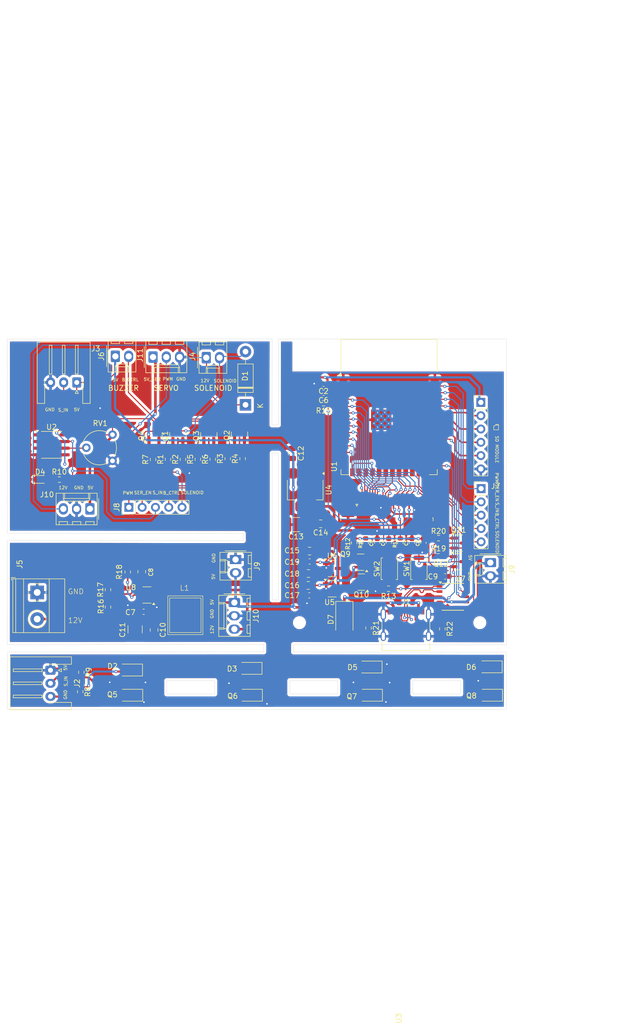
<source format=kicad_pcb>
(kicad_pcb (version 20240108) (generator "pcbnew") (generator_version "8.0")
  (layers (0 "F.Cu" signal) (31 "B.Cu" signal) (34 "B.Paste" user) (35 "F.Paste" user) (36 "B.SilkS" user "B.Silkscreen") (37 "F.SilkS" user "F.Silkscreen") (38 "B.Mask" user) (39 "F.Mask" user) (44 "Edge.Cuts" user))
  (net 0 "")
  (net 1 "GND")
  (net 2 "Net-(U7-V3)")
  (net 3 "+12V")
  (net 4 "Net-(D1-A)")
  (net 5 "+5V")
  (net 6 "Net-(D7-A)")
  (net 7 "D-")
  (net 8 "Net-(J1-CC1)")
  (net 10 "D+")
  (net 12 "Net-(J1-CC2)")
  (net 13 "Net-(Q1-B)")
  (net 14 "Net-(Q2-B)")
  (net 15 "Net-(J6-Pin_2)")
  (net 16 "Net-(Q3-B)")
  (net 17 "Net-(Q3-E)")
  (net 18 "Net-(Q3-C)")
  (net 19 "Net-(Q10-B)")
  (net 20 "Net-(Q10-C)")
  (net 21 "Net-(Q11-E)")
  (net 22 "Net-(Q11-B)")
  (net 23 "/MAIN MODULE/RESET")
  (net 24 "Net-(Q12-B)")
  (net 25 "/MAIN MODULE/BOOT")
  (net 26 "Net-(Q12-E)")
  (net 28 "/MAIN MODULE/CAM_PIN_VSYNC")
  (net 30 "/MAIN MODULE/CAM_PIN_SIOC")
  (net 32 "/MAIN MODULE/CAM_PIN_D6")
  (net 34 "/MAIN MODULE/BUZZER_CTRL")
  (net 36 "unconnected-(U1-IO39-Pad32)")
  (net 37 "/MAIN MODULE/CAM_PIN_D5")
  (net 38 "/MAIN MODULE/CAM_PIN_XCLK")
  (net 39 "/MAIN MODULE/CAM_PIN_D0")
  (net 41 "/MAIN MODULE/CAM_PIN_D4")
  (net 42 "/MAIN MODULE/CAM_PIN_D7")
  (net 43 "/MAIN MODULE/CAM_PIN_D1")
  (net 44 "unconnected-(U1-IO42-Pad35)")
  (net 45 "/MAIN MODULE/CAM_PIN_SIOD")
  (net 46 "+3V3")
  (net 47 "/MAIN MODULE/SER_EN")
  (net 49 "/MAIN MODULE/CAM_PIN_HREF")
  (net 51 "/MAIN MODULE/CAM_PIN_D2")
  (net 53 "unconnected-(U1-IO41-Pad34)")
  (net 54 "/MAIN MODULE/CAM_PIN_D3")
  (net 55 "/MAIN MODULE/CAM_PIN_PCLK")
  (net 56 "unconnected-(U1-IO40-Pad33)")
  (net 57 "/MAIN MODULE/SEN_DETECT")
  (net 58 "/MAIN MODULE/SOLENOID_CTRL")
  (net 59 "/MAIN MODULE/CAM_PIN_PWDN")
  (net 60 "/MAIN MODULE/PWM")
  (net 65 "Net-(U2B--)")
  (net 66 "Net-(U3-PWDN)")
  (net 67 "+2V8")
  (net 68 "+1V2")
  (net 69 "/MAIN MODULE/CAM_RST")
  (net 73 "Net-(Q9-D)")
  (net 75 "USB_RX")
  (net 76 "USB_TX")
  (net 77 "VCC")
  (net 78 "Net-(U8-BS)")
  (net 79 "Net-(U8-FB)")
  (net 80 "Net-(U8-SW)")
  (net 81 "Net-(U8-EN)")
  (net 82 "/Relay + Light/SOLENOID_CTRL")
  (net 83 "/Relay + Light/BUZZER_CTRL")
  (net 84 "/Relay + Light/SER_EN")
  (net 85 "Net-(D2-A)")
  (net 86 "Net-(D4-A)")
  (net 87 "Net-(Q9-G)")
  (net 88 "+5P")
  (net 89 "+5VA")
  (net 90 "/Relay + Light/Sensor")
  (net 91 "Sensor_In")
  (net 92 "/Relay + Light/SEN_DETECT")
  (net 93 "/Relay + Light/PWM")
  (footprint "Connector_Molex:Molex_KK-254_AE-6410-03A_1x03_P2.54mm_Vertical" (layer "F.Cu") (at 88.42 119.37 180)
    (property "Reference" "J10")
    (property "Value" "Conn_01x03")
  )
  (footprint "Connector_USB:USB_C_Receptacle_G-Switch_GT-USB-7010ASV" (layer "F.Cu") (at 148.82 142.625)
    (property "Reference" "J1")
    (property "Value" "USB_C_Receptacle_USB2.0_16P")
  )
  (footprint "Connector_PinHeader_2.54mm:PinHeader_1x05_P2.54mm_Vertical" (layer "F.Cu") (at 95.87 119.07 90)
    (property "Reference" "J8")
    (property "Value" "Conn_01x05")
  )
  (footprint "Connector_Molex:Molex_KK-254_AE-6410-02A_1x02_P2.54mm_Vertical" (layer "F.Cu") (at 110.6608 90.4818)
    (property "Reference" "J4")
    (property "Value" "SOLENOID")
  )
  (footprint "Resistor_SMD:R_0603_1608Metric" (layer "F.Cu") (at 155.78 142.29 -90)
    (property "Reference" "R22")
    (property "Value" "4k7")
  )
  (footprint "Connector_JST:JST_XH_S3B-XH-A-1_1x03_P2.50mm_Horizontal" (layer "F.Cu") (at 80.886667 150.19 -90)
    (property "Reference" "J2")
    (property "Value" "Conn_01x03")
  )
  (footprint "Capacitor_SMD:C_0603_1608Metric" (layer "F.Cu") (at 133.075 97.195 180)
    (property "Reference" "C6")
    (property "Value" "100nF")
  )
  (footprint "Capacitor_SMD:C_0603_1608Metric" (layer "F.Cu") (at 130.4025 129.4175)
    (property "Reference" "C19")
    (property "Value" "0.1uF")
  )
  (footprint "Package_TO_SOT_SMD:SOT-23" (layer "F.Cu") (at 140.3 133.3525 180)
    (property "Reference" "Q10")
    (property "Value" "MMBT3904")
  )
  (footprint "Resistor_SMD:R_0603_1608Metric" (layer "F.Cu") (at 86.79 150.58 -90)
    (property "Reference" "R9")
    (property "Value" "10K")
  )
  (footprint "Resistor_SMD:R_0603_1608Metric" (layer "F.Cu") (at 95.65 131.43 -90)
    (property "Reference" "R18")
    (property "Value" "200K")
  )
  (footprint "Resistor_SMD:R_0603_1608Metric" (layer "F.Cu") (at 91.88 138.125 90)
    (property "Reference" "R16")
    (property "Value" "18K")
  )
  (footprint "Capacitor_SMD:C_0603_1608Metric" (layer "F.Cu") (at 152.165 125.835 -90)
    (property "Reference" "C3")
    (property "Value" "100nF")
  )
  (footprint "Package_TO_SOT_SMD:SOT-23" (layer "F.Cu") (at 111.15 105.4225 90)
    (property "Reference" "Q3")
    (property "Value" "MMBT3904")
  )
  (footprint "Package_TO_SOT_SMD:SOT-23-6" (layer "F.Cu") (at 99.3225 135.815 180)
    (property "Reference" "U8")
    (property "Value" "MT1470")
  )
  (footprint "Resistor_SMD:R_0603_1608Metric" (layer "F.Cu") (at 141.131666 125.835 -90)
    (property "Reference" "R14")
    (property "Value" "10K")
  )
  (footprint "Capacitor_SMD:C_1210_3225Metric" (layer "F.Cu") (at 97.06 142.375 -90)
    (property "Reference" "C11")
    (property "Value" "100uF")
  )
  (footprint "Package_TO_SOT_SMD:SOT-23-3" (layer "F.Cu") (at 134.7225 134.63)
    (property "Reference" "U5")
    (property "Value" "XC6206P282MR ")
  )
  (footprint "Capacitor_SMD:C_0603_1608Metric" (layer "F.Cu") (at 143.338332 125.835 90)
    (property "Reference" "C5")
    (property "Value" "100nF")
  )
  (footprint "Connector_PinHeader_2.54mm:PinHeader_1x05_P2.54mm_Vertical" (layer "F.Cu") (at 163.19 115.5)
    (property "Reference" "J7")
    (property "Value" "Conn_01x05")
  )
  (footprint "Capacitor_SMD:C_1210_3225Metric" (layer "F.Cu") (at 127.82 122.37 180)
    (property "Reference" "C13")
    (property "Value" "100uF")
  )
  (footprint "Package_TO_SOT_SMD:SOT-23" (layer "F.Cu") (at 140.1625 129.55 180)
    (property "Reference" "Q9")
    (property "Value" "PMOS")
  )
  (footprint "Connector_Molex:Molex_KK-254_AE-6410-03A_1x03_P2.54mm_Vertical" (layer "F.Cu") (at 100.4824 90.3732)
    (property "Reference" "J11")
    (property "Value" "Conn_01x03")
  )
  (footprint "MountingHole:MountingHole_2mm" (layer "F.Cu") (at 128.47 141.1)
    (property "Reference" "REF**" (hide yes))
    (property "Value" "MountingHole_2mm")
  )
  (footprint "Resistor_SMD:R_0603_1608Metric" (layer "F.Cu") (at 106.196666 109.915 90)
    (property "Reference" "R2")
    (property "Value" "10K")
  )
  (footprint "Resistor_SMD:R_0603_1608Metric" (layer "F.Cu") (at 103.343333 109.915 90)
    (property "Reference" "R1")
    (property "Value" "2K")
  )
  (footprint "TerminalBlock_Phoenix:TerminalBlock_Phoenix_MKDS-1,5-2-5.08_1x02_P5.08mm_Horizontal" (layer "F.Cu") (at 78.345 135.33 -90)
    (property "Reference" "J5")
    (property "Value" "Input_Voltage")
  )
  (footprint "Resistor_SMD:R_0603_1608Metric" (layer "F.Cu") (at 145.5 134.62 180)
    (property "Reference" "R13")
    (property "Value" "1K")
  )
  (footprint "Capacitor_SMD:C_0603_1608Metric" (layer "F.Cu") (at 98.69 139.02)
    (property "Reference" "C7")
    (property "Value" "100nF")
  )
  (footprint "LED_SMD:LED_1206_3216Metric" (layer "F.Cu") (at 96.19 150.15 180)
    (property "Reference" "D2")
    (property "Value" "LED")
  )
  (footprint "Resistor_SMD:R_0603_1608Metric" (layer "F.Cu") (at 141.67 142.12 -90)
    (property "Reference" "R21")
    (property "Value" "4k7")
  )
  (footprint "Package_TO_SOT_SMD:SOT-23" (layer "F.Cu") (at 158.9875 125.9025)
    (property "Reference" "Q11")
    (property "Value" "MMBT3904")
  )
  (footprint "Connector_FFC-FPC:TE_2-1734839-4_1x24-1MP_P0.5mm_Horizontal" (layer "F.Cu") (at 145.19 119.03)
    (property "Reference" "U3")
    (property "Value" "CAM_CONNECTOR ")
  )
  (footprint "Capacitor_SMD:C_0805_2012Metric" (layer "F.Cu") (at 130.4025 127.43)
    (property "Reference" "C15")
    (property "Value" "10uF")
  )
  (footprint "Resistor_SMD:R_0603_1608Metric" (layer "F.Cu") (at 154.985 128.44 180)
    (property "Reference" "R19")
    (property "Value" "10K")
  )
  (footprint "Package_TO_SOT_SMD:SOT-23" (layer "F.Cu") (at 100.67 105.4 90)
    (property "Reference" "Q4")
    (property "Value" "PMOS")
  )
  (footprint "Resistor_SMD:R_0603_1608Metric" (layer "F.Cu") (at 82.5875 113.78 180)
    (property "Reference" "R10")
    (property "Value" "220")
  )
  (footprint "Connector_Molex:Molex_KK-254_AE-6410-03A_1x03_P2.54mm_Vertical" (layer "F.Cu") (at 116.03 137.26 -90)
    (property "Reference" "J10")
    (property "Value" "Conn_01x03")
  )
  (footprint "Capacitor_SMD:C_0805_2012Metric" (layer "F.Cu") (at 100.69 142.495 -90)
    (property "Reference" "C10")
    (property "Value" "22uF")
  )
  (footprint "Capacitor_SMD:C_0805_2012Metric" (layer "F.Cu") (at 98.33 131.37 90)
    (property "Reference" "C8")
    (property "Value" "22uF")
  )
  (footprint "Button_Switch_SMD:SW_Push_SPST_NO_Alps_SKRK" (layer "F.Cu") (at 151.3 130.8 -90)
    (property "Reference" "SW1")
    (property "Value" "SW_Boot")
  )
  (footprint "LED_SMD:LED_1206_3216Metric" (layer "F.Cu") (at 119.1 154.96 180)
    (property "Reference" "Q6")
    (property "Value" "KPS-3227")
  )
  (footprint "Capacitor_SMD:C_0805_2012Metric" (layer "F.Cu") (at 130.1825 131.7175)
    (property "Reference" "C18")
    (property "Value" "10uF")
  )
  (footprint "Capacitor_SMD:C_0603_1608Metric" (layer "F.Cu") (at 130.3525 135.8875)
    (property "Reference" "C17")
    (property "Value" "0.1uF")
  )
  (footprint "Connector_Molex:Molex_KK-254_AE-6410-02A_1x02_P2.54mm_Vertical" (layer "F.Cu") (at 93.29 90.23)
    (property "Reference" "J6")
    (property "Value" "BUZZER")
  )
  (footprint "Package_TO_SOT_SMD:SOT-23" (layer "F.Cu") (at 105.24 105.4425 90)
    (property "Reference" "Q1")
    (property "Value" "MMBT3904")
  )
  (footprint "Resistor_SMD:R_0603_1608Metric" (layer "F.Cu") (at 86.57 154.29 -90)
    (property "Reference" "R8")
    (property "Value" "220")
  )
  (footprint "Capacitor_SMD:C_0603_1608Metric" (layer "F.Cu") (at 149.95833 125.835 90)
    (property "Reference" "C1")
    (property "Value" "100nF")
  )
  (footprint "Resistor_SMD:R_0603_1608Metric" (layer "F.Cu") (at 100.49 109.94 90)
    (property "Reference" "R7")
    (property "Value" "1M")
  )
  (footprint "Connector_Molex:Molex_KK-254_AE-6410-02A_1x02_P2.54mm_Vertical" (layer "F.Cu") (at 164.96 129.64 -90)
    (property "Reference" "J9")
    (property "Value" "Conn_01x02")
  )
  (footprint "Package_TO_SOT_SMD:SOT-223-3_TabPin2" (layer "F.Cu") (at 129.57 115.74 -90)
    (property "Reference" "U4")
    (property "Value" "AMS1117-3.3")
  )
  (footprint "RF_Module:ESP32-S3-WROOM-1" (layer "F.Cu") (at 145.6 99.89)
    (property "Reference" "U1")
    (property "Value" "ESP32-S3-WROOM-1")
  )
  (footprint "Connector_PinHeader_2.54mm:PinHeader_1x06_P2.54mm_Vertical" (layer "F.Cu") (at 163.14 99.03)
    (property "Reference" "REF**" (hide yes))
    (property "Value" "PinHeader_1x06_P2.54mm_Vertical")
  )
  (footprint "Capacitor_SMD:C_0805_2012Metric" (layer "F.Cu") (at 132.53 122.22 180)
    (property "Reference" "C14")
    (property "Value" "10uF")
  )
  (footprint "LED_SMD:LED_1206_3216Metric" (layer "F.Cu") (at 119.03 149.83 180)
    (property "Reference" "D3")
    (property "Value" "LED")
  )
  (footprint "Resistor_SMD:R_0603_1608Metric" (layer "F.Cu") (at 138.93 125.85 90)
    (property "Reference" "R12")
    (property "Value" "1M")
  )
  (footprint "LED_SMD:LED_1206_3216Metric" (layer "F.Cu") (at 164.916667 149.54 180)
    (property "Reference" "D6")
    (property "Value" "LED")
  )
  (footprint "MountingHole:MountingHole_2mm" (layer "F.Cu") (at 128.76 91.06)
    (property "Reference" "REF**" (hide yes))
    (property "Value" "MountingHole_2mm")
  )
  (footprint "MountingHole:MountingHole_2mm" (layer "F.Cu") (at 162.79 90.88)
    (property "Reference" "REF**" (hide yes))
    (property "Value" "MountingHole_2mm")
  )
  (footprint "LED_SMD:LED_1206_3216Metric" (layer "F.Cu") (at 142.043333 154.96 180)
    (property "Reference" "Q7")
    (property "Value" "KPS-3227")
  )
  (footprint "Diode_SMD:D_SMA" (layer "F.Cu") (at 137.06 140.55 -90)
    (property "Reference" "D7")
    (property "Value" "SS14")
  )
  (footprint "Button_Switch_SMD:SW_Push_SPST_NO_Alps_SKRK" (layer "F.Cu") (at 145.65 130.8 -90)
    (property "Reference" "SW2")
    (property "Value" "SW_Reset")
  )
  (footprint "Diode_THT:D_DO-41_SOD81_P10.16mm_Horizontal" (layer "F.Cu") (at 118.1608 99.4918 90)
    (property "Reference" "D1")
    (property "Value" "1N4007")
  )
  (footprint "Resistor_SMD:R_0603_1608Metric" (layer "F.Cu") (at 133.075 99.18 180)
    (property "Reference" "R15")
    (property "Value" "10K")
  )
  (footprint "LED_SMD:LED_1206_3216Metric" (layer "F.Cu") (at 164.986667 154.96 180)
    (property "Reference" "Q8")
    (property "Value" "KPS-3227")
  )
  (footprint "Resistor_SMD:R_0603_1608Metric" (layer "F.Cu") (at 117.61 109.78 90)
    (property "Reference" "R4")
    (property "Value" "1K")
  )
  (footprint "Capacitor_SMD:C_0603_1608Metric" (layer "F.Cu") (at 156.315 132.26 180)
    (property "Reference" "C9")
    (property "Value" "100nF/16v")
  )
  (footprint "LED_SMD:LED_1206_3216Metric" (layer "F.Cu") (at 96.23 154.96 180)
    (property "Reference" "Q5")
    (property "Value" "KPS-3227")
  )
  (footprint "Package_TO_SOT_SMD:SOT-23-3" (layer "F.Cu") (at 134.7425 130.7475)
    (property "Reference" "U6")
    (property "Value" "XC6206P282MR ")
  )
  (footprint "LED_SMD:LED_1206_3216Metric" (layer "F.Cu") (at 141.973333 149.58 180)
    (property "Reference" "D5")
    (property "Value" "LED")
  )
  (footprint "Resistor_SMD:R_0603_1608Metric" (layer "F.Cu") (at 91.87 134.81 90)
    (property "Reference" "R17")
    (property "Value" "3.3k")
  )
  (footprint "TDLOGY_Footprint:0603_R100" (layer "F.Cu") (at 106.31 140.29 -90)
    (property "Reference" "L1")
    (property "Value" "10uH")
  )
  (footprint "Resistor_SMD:R_0603_1608Metric" (layer "F.Cu") (at 155.055 124.96 180)
    (property "Reference" "R20")
    (property "Value" "10K")
  )
  (footprint "LED_SMD:LED_0603_1608Metric" (layer "F.Cu") (at 78.9125 113.74)
    (property "Reference" "D4")
    (property "Value" "LED")
  )
  (footprint "Capacitor_SMD:C_0805_2012Metric" (layer "F.Cu") (at 130.1525 133.9875)
    (property "Reference" "C16")
    (property "Value" "10uF")
  )
  (footprint "Package_TO_SOT_SMD:SOT-23" (layer "F.Cu") (at 117.015 105.3075 90)
    (property "Reference" "Q2")
    (property "Value" "MMBT3904")
  )
  (footprint "MountingHole:MountingHole_2mm" (layer "F.Cu") (at 162.94 141.1)
    (property "Reference" "REF**" (hide yes))
    (property "Value" "MountingHole_2mm")
  )
  (footprint "Resistor_SMD:R_0603_1608Metric" (layer "F.Cu") (at 147.751664 125.835 -90)
    (property "Reference" "R11")
    (property "Value" "10K")
  )
  (footprint "Package_TO_SOT_SMD:SOT-23" (layer "F.Cu") (at 158.8875 129.45)
    (property "Reference" "Q12")
    (property "Value" "MMBT3904")
  )
  (footprint "Resistor_SMD:R_0603_1608Metric" (layer "F.Cu") (at 109.049999 109.895 90)
    (property "Reference" "R5")
    (property "Value" "1K")
  )
  (footprint "Resistor_SMD:R_0603_1608Metric" (layer "F.Cu") (at 114.756665 109.78 90)
    (property "Reference" "R3")
    (property "Value" "1K")
  )
  (footprint "Capacitor_SMD:C_0805_2012Metric" (layer "F.Cu") (at 127.08 108.78 -90)
    (property "Reference" "C12")
    (property "Value" "22uF")
  )
  (footprint "Package_SO:SSOP-10_3.9x4.9mm_P1.00mm" (layer "F.Cu") (at 157.79 136.16)
    (property "Reference" "U7")
    (property "Value" "CH340K")
  )
  (footprint "Potentiometer_THT:Potentiometer_Piher_PT-6-V_Vertical" (layer "F.Cu") (at 92.74 105.19 180)
    (property "Reference" "RV1")
    (property "Value" "10K")
  )
  (footprint "Connector_JST:JST_XH_S3B-XH-A-1_1x03_P2.50mm_Horizontal" (layer "F.Cu") (at 85.91 95.22 180)
    (property "Reference" "J3")
    (property "Value" "Conn_01x03")
  )
  (footprint "Resistor_SMD:R_0603_1608Metric" (layer "F.Cu") (at 111.903332 109.895 90)
    (property "Reference" "R6")
    (property "Value" "10K")
  )
  (footprint "Connector_Molex:Molex_KK-254_AE-6410-02A_1x02_P2.54mm_Vertical" (layer "F.Cu") (at 116.26 129.05 -90)
    (property "Reference" "J9")
    (property "Value" "Conn_01x02")
  )
  (footprint "Capacitor_SMD:C_0603_1608Metric" (layer "F.Cu") (at 145.544998 125.835 -90)
    (property "Reference" "C4")
    (property "Value" "15pF")
  )
  (footprint "Package_SO:SOIC-8-1EP_3.9x4.9mm_P1.27mm_EP2.29x3mm" (layer "F.Cu") (at 81.095 107.135)
    (property "Reference" "U2")
    (property "Value" "LM358_DFN")
  )
  (footprint "Capacitor_SMD:C_0603_1608Metric" (layer "F.Cu") (at 133.07 95.46 180)
    (property "Reference" "C2")
    (property "Value" "100nF")
  )
  (gr_line (start 165.608 103.5304) (end 165.608 104.267) (stroke (width 0.1)) (layer "F.SilkS"))
  (gr_line (start 165.989 103.251) (end 165.8112 103.5304) (stroke (width 0.1)) (layer "F.SilkS"))
  (gr_line (start 166.0906 103.378) (end 166.4716 103.378) (stroke (width 0.1)) (layer "F.SilkS"))
  (gr_line (start 166.5224 103.251) (end 165.989 103.251) (stroke (width 0.1)) (layer "F.SilkS"))
  (gr_line (start 165.8112 103.5304) (end 165.608 103.5304) (stroke (width 0.1)) (layer "F.SilkS"))
  (gr_line (start 166.5224 104.267) (end 166.5224 103.251) (stroke (width 0.1)) (layer "F.SilkS"))
  (gr_line (start 165.608 104.267) (end 166.5224 104.267) (stroke (width 0.1)) (layer "F.SilkS"))
  (gr_line (start 166.0906 103.2764) (end 166.0906 103.378) (stroke (width 0.1)) (layer "F.SilkS"))
  (gr_rect (start 150.1434 152.1914) (end 159.2834 154.6914) (stroke (width 0.05)) (fill none) (layer "Edge.Cuts"))
  (gr_poly (pts (xy 72.644 146.685) (xy 121.6406 146.6596) (xy 121.6406 145.2626) (xy 72.6186 145.288) (xy 72.63 125.349) (xy 117.729 125.4252) (xy 117.729 124.079) (xy 72.644 124.0282) (xy 72.63 86.9108) (xy 123.2662 86.8934) (xy 123.225 103.3246) (xy 124.425 103.3246) (xy 124.4346 86.9188) (xy 168.03 86.9108) (xy 168.0464 145.3388) (xy 127.3556 145.288) (xy 127.3556 146.685) (xy 168.0464 146.7358) (xy 168.03 157.6708) (xy 72.63 157.6708)) (stroke (width 0.05)) (fill none) (layer "Edge.Cuts"))
  (gr_rect (start 126.6347 152.1914) (end 135.7747 154.6914) (stroke (width 0.05)) (fill none) (layer "Edge.Cuts"))
  (gr_rect (start 123.2758 108.7374) (end 124.4758 136.7256) (stroke (width 0.05)) (fill none) (layer "Edge.Cuts"))
  (gr_rect (start 103.126 152.1914) (end 112.266 154.6914) (stroke (width 0.05)) (fill none) (layer "Edge.Cuts"))
  (gr_text "12V" (at 82.3976 115.6716 0) (layer "F.SilkS") (effects (font (size 0.6 0.6) (thickness 0.1)) (justify left bottom)))
  (gr_text "SOLENOID" (at 165.9128 123.444 -90) (layer "F.SilkS") (effects (font (size 0.6 0.6) (thickness 0.1)) (justify left bottom)))
  (gr_text "GND" (at 79.7814 100.7618 0) (layer "F.SilkS") (effects (font (size 0.6 0.6) (thickness 0.1)) (justify left bottom)))
  (gr_text "S_IN" (at 165.9128 118.0592 -90) (layer "F.SilkS") (effects (font (size 0.6 0.6) (thickness 0.1)) (justify left bottom)))
  (gr_text "SERVO" (at 102.997 96.2914 0) (layer "F.SilkS") (effects (font (size 1 1))))
  (gr_text "5V\n" (at 87.9094 115.6716 0) (layer "F.SilkS") (effects (font (size 0.6 0.6) (thickness 0.1)) (justify left bottom)))
  (gr_text "GND\n" (at 104.8512 94.9198 0) (layer "F.SilkS") (effects (font (size 0.6 0.6) (thickness 0.1)) (justify left bottom)))
  (gr_text "SD MODULE" (at 165.862 105.3592 270) (layer "F.SilkS") (effects (font (size 0.6 0.6) (thickness 0.1)) (justify left bottom)))
  (gr_text "S_IN" (at 84.1756 153.3398 90) (layer "F.SilkS") (effects (font (size 0.6 0.6) (thickness 0.1)) (justify left bottom)))
  (gr_text "SER_EN" (at 165.8874 114.5286 -90) (layer "F.SilkS") (effects (font (size 0.6 0.6) (thickness 0.1)) (justify left bottom)))
  (gr_text "SOLENOID" (at 111.9886 96.2914 0) (layer "F.SilkS") (effects (font (size 1 1))))
  (gr_text "12V" (at 84.1756 141.2494 0) (layer "F.SilkS") (effects (font (size 1 1) (thickness 0.1)) (justify left bottom)))
  (gr_text "5V_SER" (at 98.6282 94.9706 0) (layer "F.SilkS") (effects (font (size 0.6 0.6) (thickness 0.1)) (justify left bottom)))
  (gr_text "SOLENOID\n\n" (at 112.014 96.2406 0) (layer "F.SilkS") (effects (font (size 0.6 0.6) (thickness 0.1)) (justify left bottom)))
  (gr_text "12V" (at 109.5248 95.2246 0) (layer "F.SilkS") (effects (font (size 0.6 0.6) (thickness 0.1)) (justify left bottom)))
  (gr_text "SER_EN" (at 96.7994 116.6368 0) (layer "F.SilkS") (effects (font (size 0.6 0.6) (thickness 0.1)) (justify left bottom)))
  (gr_text "GND" (at 112.1156 140.3858 90) (layer "F.SilkS") (effects (font (size 0.6 0.6) (thickness 0.1)) (justify left bottom)))
  (gr_text "5V\n" (at 84.0994 150.3172 90) (layer "F.SilkS") (effects (font (size 0.6 0.6) (thickness 0.1)) (justify left bottom)))
  (gr_text "GND" (at 112.4458 129.7432 90) (layer "F.SilkS") (effects (font (size 0.6 0.6) (thickness 0.1)) (justify left bottom)))
  (gr_text "B_CTRL" (at 102.3366 116.6622 0) (layer "F.SilkS") (effects (font (size 0.6 0.6) (thickness 0.1)) (justify left bottom)))
  (gr_text "5V\n" (at 92.71 95.0722 0) (layer "F.SilkS") (effects (font (size 0.6 0.6) (thickness 0.1)) (justify left bottom)))
  (gr_text "PWM" (at 94.6404 116.6876 0) (layer "F.SilkS") (effects (font (size 0.6 0.6) (thickness 0.1)) (justify left bottom)))
  (gr_text "S_IN" (at 82.2706 100.838 0) (layer "F.SilkS") (effects (font (size 0.6 0.6) (thickness 0.1)) (justify left bottom)))
  (gr_text "B_CTRL" (at 165.862 120.0658 -90) (layer "F.SilkS") (effects (font (size 0.6 0.6) (thickness 0.1)) (justify left bottom)))
  (gr_text "B_CTRL" (at 94.4626 95.0468 0) (layer "F.SilkS") (effects (font (size 0.6 0.6) (thickness 0.1)) (justify left bottom)))
  (gr_text "12V" (at 112.1156 143.3068 90) (layer "F.SilkS") (effects (font (size 0.6 0.6) (thickness 0.1)) (justify left bottom)))
  (gr_text "5V\n" (at 85.2932 100.7618 0) (layer "F.SilkS") (effects (font (size 0.6 0.6) (thickness 0.1)) (justify left bottom)))
  (gr_text "5V" (at 112.3696 132.9182 90) (layer "F.SilkS") (effects (font (size 0.6 0.6) (thickness 0.1)) (justify left bottom)))
  (gr_text "5V\n" (at 112.1156 137.795 90) (layer "F.SilkS") (effects (font (size 0.6 0.6) (thickness 0.1)) (justify left bottom)))
  (gr_text "GND" (at 85.3186 115.6716 0) (layer "F.SilkS") (effects (font (size 0.6 0.6) (thickness 0.1)) (justify left bottom)))
  (gr_text "5V" (at 160.7566 128.0922 270) (layer "F.SilkS") (effects (font (size 0.6 0.6) (thickness 0.1)) (justify left bottom)))
  (gr_text "GND" (at 84.0994 155.829 90) (layer "F.SilkS") (effects (font (size 0.6 0.6) (thickness 0.1)) (justify left bottom)))
  (gr_text "S_IN" (at 100.33 116.6114 0) (layer "F.SilkS") (effects (font (size 0.6 0.6) (thickness 0.1)) (justify left bottom)))
  (gr_text "PWM" (at 102.2604 94.9198 0) (layer "F.SilkS") (effects (font (size 0.6 0.6) (thickness 0.1)) (justify left bottom)))
  (gr_text "SOLENOID" (at 105.7148 116.6114 0) (layer "F.SilkS") (effects (font (size 0.6 0.6) (thickness 0.1)) (justify left bottom)))
  (gr_text "GND" (at 160.6804 131.2672 270) (layer "F.SilkS") (effects (font (size 0.6 0.6) (thickness 0.1)) (justify left bottom)))
  (gr_text "PWM" (at 165.8366 112.3696 -90) (layer "F.SilkS") (effects (font (size 0.6 0.6) (thickness 0.1)) (justify left bottom)))
  (gr_text "GND" (at 84.1502 135.7376 0) (layer "F.SilkS") (effects (font (size 1 1) (thickness 0.1)) (justify left bottom)))
  (segment (start 133.585 133.68) (end 133.585 134.595) (width 0.4) (layer "F.Cu") (net 1))
  (segment (start 152.165 127.445) (end 151.94 127.67) (width 0.3) (layer "F.Cu") (net 1))
  (segment (start 128.1725 129.4175) (end 128.12 129.47) (width 0.2) (layer "F.Cu") (net 1))
  (segment (start 133.585 134.595) (end 133.57 134.61) (width 0.4) (layer "F.Cu") (net 1))
  (segment (start 86.79 149.755) (end 86.66 149.885) (width 0.4) (layer "F.Cu") (net 1))
  (segment (start 150.4442 119.5832) (end 150.44 119.579) (width 0.2) (layer "F.Cu") (net 1))
  (segment (start 129.5775 135.8875) (end 129.5775 137.0675) (width 0.2) (layer "F.Cu") (net 1))
  (segment (start 86.66 149.885) (end 81.225 149.885) (width 0.4) (layer "F.Cu") (net 1))
  (segment (start 133.605 130.635) (end 133.6 130.64) (width 0.4) (layer "F.Cu") (net 1))
  (segment (start 78.125 113.74) (end 78.125 109.535) (width 0.2) (layer "F.Cu") (net 1))
  (segment (start 133.605 129.7975) (end 133.605 130.635) (width 0.4) (layer "F.Cu") (net 1))
  (segment (start 78.125 109.535) (end 78.62 109.04) (width 0.2) (layer "F.Cu") (net 1))
  (segment (start 129.5775 137.0675) (end 129.91 137.4) (width 0.2) (layer "F.Cu") (net 1))
  (segment (start 143.338332 125.06) (end 143.338332 123.628332) (width 0.3) (layer "F.Cu") (net 1))
  (segment (start 150.44 119.579) (end 150.44 117.68) (width 0.2) (layer "F.Cu") (net 1))
  (segment (start 132.295 95.46) (end 131.3 95.46) (width 0.2) (layer "F.Cu") (net 1))
  (segment (start 129.6275 129.4175) (end 128.1725 129.4175) (width 0.2) (layer "F.Cu") (net 1))
  (segment (start 143.94 119.06) (end 144.03 119.15) (width 0.3) (layer "F.Cu") (net 1))
  (segment (start 152.165 126.61) (end 152.165 127.445) (width 0.3) (layer "F.Cu") (net 1))
  (segment (start 132.3 95.465) (end 132.295 95.46) (width 0.2) (layer "F.Cu") (net 1))
  (segment (start 131.3 95.46) (end 131.29 95.45) (width 0.2) (layer "F.Cu") (net 1))
  (segment (start 132.3 97.195) (end 132.3 95.465) (width 0.2) (layer "F.Cu") (net 1))
  (segment (start 81.225 149.885) (end 80.965 150.145) (width 0.4) (layer "F.Cu") (net 1))
  (segment (start 143.338332 123.628332) (end 143.3 123.59) (width 0.3) (layer "F.Cu") (net 1))
  (segment (start 143.94 117.68) (end 143.94 119.06) (width 0.3) (layer "F.Cu") (net 1))
  (via (at 101.2 138.17) (size 0.6) (drill 0.3) (layers "F.Cu" "B.Cu") (net 1))
  (via (at 151.94 127.67) (size 0.6) (drill 0.3) (layers "F.Cu" "B.Cu") (net 1))
  (via (at 133.6 130.64) (size 0.6) (drill 0.3) (layers "F.Cu" "B.Cu") (net 1))
  (via (at 131.29 95.45) (size 0.6) (drill 0.3) (layers "F.Cu" "B.Cu") (net 1))
  (via (at 145.176667 149.03) (size 0.6) (drill 0.3) (layers "F.Cu" "B.Cu") (net 1))
  (via (at 107.442 112.5474) (size 0.6) (drill 0.3) (layers "F.Cu" "B.Cu") (net 1))
  (via (at 144.03 119.15) (size 0.6) (drill 0.3) (layers "F.Cu" "B.Cu") (net 1))
  (via (at 162.65 152.2) (size 0.6) (drill 0.3) (layers "F.Cu" "B.Cu") (net 1))
  (via (at 145 156.25) (size 0.6) (drill 0.3) (layers "F.Cu" "B.Cu") (net 1))
  (via (at 122.266667 156.61) (size 0.6) (drill 0.3) (layers "F.Cu" "B.Cu") (net 1))
  (via (at 98.746667 156.29) (size 0.6) (drill 0.3) (layers "F.Cu" "B.Cu") (net 1))
  (via (at 133.57 134.61) (size 0.6) (drill 0.3) (layers "F.Cu" "B.Cu") (net 1))
  (via (at 90.38 100.13) (size 0.6) (drill 0.3) (layers "F.Cu" "B.Cu") (net 1))
  (via (at 129.91 137.4) (size 0.6) (drill 0.3) (layers "F.Cu" "B.Cu") (net 1))
  (via (at 150.4442 119.5832) (size 0.6) (drill 0.3) (layers "F.Cu" "B.Cu") (net 1))
  (via (at 145.706667 152.55) (size 0.6) (drill 0.3) (layers "F.Cu" "B.Cu") (net 1))
  (via (at 115 152.67) (size 0.6) (drill 0.3) (layers "F.Cu" "B.Cu") (net 1))
  (via (at 95.67 137.78) (size 0.6) (drill 0.3) (layers "F.Cu" "B.Cu") (net 1))
  (via (at 138.79 152.51) (size 0.6) (drill 0.3) (layers "F.Cu" "B.Cu") (net 1))
  (via (at 128.12 129.47) (size 0.6) (drill 0.3) (layers "F.Cu" "B.Cu") (net 1))
  (via (at 110.49 109.11) (size 0.6) (drill 0.3) (layers "F.Cu" "B.Cu") (net 1))
  (via (at 143.3 123.59) (size 0.6) (drill 0.3) (layers "F.Cu" "B.Cu") (net 1))
  (via (at 99.04 152.52) (size 0.6) (drill 0.3) (layers "F.Cu" "B.Cu") (net 1))
  (via (at 92.21 152.49) (size 0.6) (drill 0.3) (layers "F.Cu" "B.Cu") (net 1))
  (via (at 143.01 135.09) (size 0.6) (drill 0.3) (layers "F.Cu" "B.Cu") (net 1))
  (segment (start 157.09 132.26) (end 159.79 132.26) (width 0.2) (layer "F.Cu") (net 2))
  (segment (start 159.79 132.26) (end 160.34 132.81) (width 0.2) (layer "F.Cu") (net 2))
  (segment (start 160.34 132.81) (end 160.34 134.16) (width 0.2) (layer "F.Cu") (net 2))
  (segment (start 110.7008 96.7318) (end 113.4608 99.4918) (width 0.2) (layer "F.Cu") (net 3))
  (segment (start 110.6608 90.4818) (end 110.7008 90.5218) (width 0.2) (layer "F.Cu") (net 3))
  (segment (start 110.7008 90.5218) (end 110.7008 96.7318) (width 0.2) (layer "F.Cu") (net 3))
  (segment (start 113.4608 99.4918) (end 118.1608 99.4918) (width 0.2) (layer "F.Cu") (net 3))
  (segment (start 79.3776 88.11) (end 106.039 88.11) (width 0.2) (layer "B.Cu") (net 3))
  (segment (start 83.34 119.37) (end 79.21 119.37) (width 0.2) (layer "B.Cu") (net 3))
  (segment (start 106.039 88.11) (end 106.3508 88.4218) (width 0.2) (layer "B.Cu") (net 3))
  (segment (start 108.4108 90.4818) (end 110.6608 90.4818) (width 0.2) (layer "B.Cu") (net 3))
  (segment (start 77.63 89.8576) (end 79.3776 88.11) (width 0.2) (layer "B.Cu") (net 3))
  (segment (start 106.3508 88.4218) (end 108.4108 90.4818) (width 0.2) (layer "B.Cu") (net 3))
  (segment (start 77.63 117.79) (end 77.63 89.8576) (width 0.2) (layer "B.Cu") (net 3))
  (segment (start 79.21 119.37) (end 77.63 117.79) (width 0.2) (layer "B.Cu") (net 3))
  (segment (start 105.275 104.47) (end 105.24 104.505) (width 0.2) (layer "F.Cu") (net 4))
  (segment (start 106.76 104.47) (end 105.275 104.47) (width 0.2) (layer "F.Cu") (net 4))
  (via (at 106.76 104.47) (size 0.6) (drill 0.3) (layers "F.Cu" "B.Cu") (net 4))
  (segment (start 113.4308 90.2518) (end 117.2408 90.2518) (width 0.2) (layer "B.Cu") (net 4))
  (segment (start 113.2008 97.5698) (end 108.5596 102.211) (width 0.2) (layer "B.Cu") (net 4))
  (segment (start 108.5596 102.211) (end 108.5596 103.6066) (width 0.2) (layer "B.Cu") (net 4))
  (segment (start 107.6962 104.47) (end 106.76 104.47) (width 0.2) (layer "B.Cu") (net 4))
  (segment (start 117.2408 90.2518) (end 118.1808 89.3118) (width 0.2) (layer "B.Cu") (net 4))
  (segment (start 113.2008 90.4818) (end 113.4308 90.2518) (width 0.2) (layer "B.Cu") (net 4))
  (segment (start 108.5596 103.6066) (end 107.6962 104.47) (width 0.2) (layer "B.Cu") (net 4))
  (segment (start 113.2008 90.4818) (end 113.2008 97.5698) (width 0.2) (layer "B.Cu") (net 4))
  (segment (start 137.06 136.22) (end 137.14 136.14) (width 0.5) (layer "F.Cu") (net 5))
  (segment (start 127.27 109.92) (end 127.08 109.73) (width 0.4) (layer "F.Cu") (net 5))
  (segment (start 97.06 143.85) (end 93.21 143.85) (width 0.3) (layer "F.Cu") (net 5))
  (segment (start 88.42 119.37) (end 88.42 109.78) (width 0.5) (layer "F.Cu") (net 5))
  (segment (start 83.91 104.89) (end 83.57 105.23) (width 0.2) (layer "F.Cu") (net 5))
  (segment (start 91.88 142.52) (end 91.88 138.95) (width 0.3) (layer "F.Cu") (net 5))
  (segment (start 129.75 138.55) (end 137.06 138.55) (width 0.5) (layer "F.Cu") (net 5))
  (segment (start 160.31 137.13) (end 160.34 137.16) (width 0.5) (layer "F.Cu") (net 5))
  (segment (start 85.91 98.68) (end 83.91 100.68) (width 0.2) (layer "F.Cu") (net 5))
  (segment (start 93.29 93.37) (end 91.44 95.22) (width 0.2) (layer "F.Cu") (net 5))
  (segment (start 110.665 142.715) (end 111.66 141.72) (width 0.5) (layer "F.Cu") (net 5))
  (segment (start 157.55 137.13) (end 160.31 137.13) (width 0.5) (layer "F.Cu") (net 5))
  (segment (start 100.49 110.765) (end 99.435 110.765) (width 0.2) (layer "F.Cu") (net 5))
  (segment (start 98.77 104.93) (end 98.77 110.1) (width 0.2) (layer "F.Cu") (net 5))
  (segment (start 112.93 137.26) (end 116.03 137.26) (width 0.5) (layer "F.Cu") (net 5))
  (segment (start 98.77 110.1) (end 99.435 110.765) (width 0.2) (layer "F.Cu") (net 5))
  (segment (start 100.67 104.4625) (end 100.67 102.7) (width 0.2) (layer "F.Cu") (net 5))
  (segment (start 83.57 105.23) (end 92.7 105.23) (width 0.2) (layer "F.Cu") (net 5))
  (segment (start 127.27 112.59) (end 127.27 109.92) (width 0.4) (layer "F.Cu") (net 5))
  (segment (start 92.74 102.97) (end 92.74 105.19) (width 0.2) (layer "F.Cu") (net 5))
  (segment (start 83.91 100.68) (end 83.91 104.89) (width 0.2) (layer "F.Cu") (net 5))
  (segment (start 129.376 138.176) (end 129.75 138.55) (width 0.5) (layer "F.Cu") (net 5))
  (segment (start 127.27 112.59) (end 127.27 115.21) (width 0.4) (layer "F.Cu") (net 5))
  (segment (start 85.91 95.22) (end 85.91 98.68) (width 0.2) (layer "F.Cu") (net 5))
  (segment (start 100.11 102.14) (end 93.57 102.14) (width 0.2) (layer "F.Cu") (net 5))
  (segment (start 106.41 142.715) (end 106.66 142.465) (width 0.5) (layer "F.Cu") (net 5))
  (segment (start 97.37 143.54) (end 97.06 143.85) (width 0.5) (layer "F.Cu") (net 5))
  (segment (start 100.5825 104.55) (end 99.15 104.55) (width 0.2) (layer "F.Cu") (net 5))
  (segment (start 137.06 138.55) (end 137.06 136.22) (width 0.5) (layer "F.Cu") (net 5))
  (segment (start 106.41 142.715) (end 110.665 142.715) (width 0.5) (layer "F.Cu") (net 5))
  (segment (start 105.585 143.54) (end 97.37 143.54) (width 0.5) (layer "F.Cu") (net 5))
  (segment (start 93.57 102.14) (end 92.74 102.97) (width 0.2) (layer "F.Cu") (net 5))
  (segment (start 92.74 105.46) (end 92.74 105.19) (width 0.5) (layer "F.Cu") (net 5))
  (segment (start 91.44 95.22) (end 85.91 95.22) (width 0.2) (layer "F.Cu") (net 5))
  (segment (start 111.66 138.53) (end 112.93 137.26) (width 0.5) (layer "F.Cu") (net 5))
  (segment (start 99.15 104.55) (end 98.77 104.93) (width 0.2) (layer "F.Cu") (net 5))
  (segment (start 93.21 143.85) (end 91.88 142.52) (width 0.3) (layer "F.Cu") (net 5))
  (segment (start 106.41 142.715) (end 105.585 143.54) (width 0.5) (layer "F.Cu") (net 5))
  (segment (start 88.42 109.78) (end 92.74 105.46) (width 0.5) (layer "F.Cu") (net 5))
  (segment (start 92.7 105.23) (end 92.74 105.19) (width 0.2) (layer "F.Cu") (net 5))
  (segment (start 100.67 102.7) (end 100.11 102.14) (width 0.2) (layer "F.Cu") (net 5))
  (segment (start 93.29 90.23) (end 93.29 93.37) (width 0.2) (layer "F.Cu") (net 5))
  (segment (start 111.66 141.72) (end 111.66 138.53) (width 0.5) (layer "F.Cu") (net 5))
  (segment (start 127.5334 138.176) (end 129.376 138.176) (width 0.5) (layer "F.Cu") (net 5))
  (segment (start 100.67 104.4625) (end 100.5825 104.55) (width 0.2) (layer "F.Cu") (net 5))
  (segment (start 127.27 115.21) (end 127.32 115.26) (width 0.4) (layer "F.Cu") (net 5))
  (via (at 157.55 137.13) (size 0.6) (drill 0.3) (layers "F.Cu" "B.Cu") (net 5))
  (via (at 127.5334 138.176) (size 0.6) (drill 0.3) (layers "F.Cu" "B.Cu") (net 5))
  (via (at 127.32 115.26) (size 0.6) (drill 0.3) (layers "F.Cu" "B.Cu") (net 5))
  (via (at 137.14 136.14) (size 0.6) (drill 0.3) (layers "F.Cu" "B.Cu") (net 5))
  (segment (start 99.33 106.26) (end 93.24 100.17) (width 0.4) (layer "B.Cu") (net 5))
  (segment (start 121.305051 106.26) (end 99.33 106.26) (width 0.4) (layer "B.Cu") (net 5))
  (segment (start 127.5334 138.176) (end 127.32 137.9626) (width 0.4) (layer "B.Cu") (net 5))
  (segment (start 161.8 130.94) (end 162.96 129.78) (width 0.5) (layer "B.Cu") (net 5))
  (segment (start 93.24 100.17) (end 93.24 90.28) (width 0.4) (layer "B.Cu") (net 5))
  (segment (start 93.24 90.28) (end 93.29 90.23) (width 0.4) (layer "B.Cu") (net 5))
  (segment (start 127.32 115.26) (end 127.32 108.7) (width 0.4) (layer "B.Cu") (net 5))
  (segment (start 127.32 137.9626) (end 127.32 115.26) (width 0.4) (layer "B.Cu") (net 5))
  (segment (start 156.76 137.13) (end 157.55 137.13) (width 0.5) (layer "B.Cu") (net 5))
  (segment (start 121.315051 106.25) (end 121.305051 106.26) (width 0.4) (layer "B.Cu") (net 5))
  (segment (start 137.38 136.38) (end 156.01 136.38) (width 0.5) (layer "B.Cu") (net 5))
  (segment (start 161.8 135.73) (end 161.8 130.94) (width 0.5) (layer "B.Cu") (net 5))
  (segment (start 124.87 106.25) (end 121.315051 106.25) (width 0.4) (layer "B.Cu") (net 5))
  (segment (start 127.32 108.7) (end 124.87 106.25) (width 0.4) (layer "B.Cu") (net 5))
  (segment (start 116.26 137.03) (end 116.03 137.26) (width 0.5) (layer "B.Cu") (net 5))
  (segment (start 127.381 138.0236) (end 116.7936 138.0236) (width 0.5) (layer "B.Cu") (net 5))
  (segment (start 157.55 137.13) (end 160.4 137.13) (width 0.5) (layer "B.Cu") (net 5))
  (segment (start 127.5334 138.176) (end 127.381 138.0236) (width 0.5) (layer "B.Cu") (net 5))
  (segment (start 137.14 136.14) (end 137.38 136.38) (width 0.5) (layer "B.Cu") (net 5))
  (segment (start 116.26 131.59) (end 116.26 137.03) (width 0.5) (layer "B.Cu") (net 5))
  (segment (start 162.96 129.78) (end 165.16 129.78) (width 0.5) (layer "B.Cu") (net 5))
  (segment (start 116.7936 138.0236) (end 116.03 137.26) (width 0.5) (layer "B.Cu") (net 5))
  (segment (start 156.01 136.38) (end 156.76 137.13) (width 0.5) (layer "B.Cu") (net 5))
  (segment (start 160.4 137.13) (end 161.8 135.73) (width 0.5) (layer "B.Cu") (net 5))
  (segment (start 151.22 138.9) (end 151.22 137.32) (width 0.5) (layer "F.Cu") (net 6))
  (segment (start 146.42 137.89) (end 146.42 138.9) (width 0.5) (layer "F.Cu") (net 6))
  (segment (start 145.88 137.35) (end 141.37 137.35) (width 0.5) (layer "F.Cu") (net 6))
  (segment (start 139.3 142.55) (end 137.06 142.55) (width 0.5) (layer "F.Cu") (net 6))
  (segment (start 151.22 137.32) (end 151.24 137.3) (width 0.5) (layer "F.Cu") (net 6))
  (segment (start 145.88 137.35) (end 146.42 137.89) (width 0.5) (layer "F.Cu") (net 6))
  (segment (start 141.37 137.35) (end 140.31 138.41) (width 0.5) (layer "F.Cu") (net 6))
  (segment (start 140.31 138.41) (end 140.31 141.54) (width 0.5) (layer "F.Cu") (net 6))
  (segment (start 140.31 141.54) (end 139.3 142.55) (width 0.5) (layer "F.Cu") (net 6))
  (via (at 151.24 137.3) (size 0.6) (drill 0.3) (layers "F.Cu" "B.Cu") (net 6))
  (via (at 145.88 137.35) (size 0.6) (drill 0.3) (layers "F.Cu" "B.Cu") (net 6))
  (segment (start 145.93 137.3) (end 151.24 137.3) (width 0.5) (layer "B.Cu") (net 6))
  (segment (start 145.88 137.35) (end 145.93 137.3) (width 0.5) (layer "B.Cu") (net 6))
  (segment (start 149.17 140.53) (end 149.17 139.901471) (width 0.2) (layer "F.Cu") (net 7))
  (segment (start 149.07 136.055686) (end 149.07 138.9) (width 0.2) (layer "F.Cu") (net 7))
  (segment (start 149.17 139.901471) (end 149.07 139.801471) (width 0.2) (layer "F.Cu") (net 7))
  (segment (start 149.07 139.801471) (end 149.07 138.9) (width 0.2) (layer "F.Cu") (net 7))
  (segment (start 154.16 135.16) (end 153.83 134.83) (width 0.2) (layer "F.Cu") (net 7))
  (segment (start 148.07 139.72) (end 147.97 139.82) (width 0.2) (layer "F.Cu") (net 7))
  (segment (start 148.95 140.75) (end 149.17 140.53) (width 0.2) (layer "F.Cu") (net 7))
  (segment (start 155.24 135.16) (end 154.16 135.16) (width 0.2) (layer "F.Cu") (net 7))
  (segment (start 148.07 138.9) (end 148.07 139.72) (width 0.2) (layer "F.Cu") (net 7))
  (segment (start 151.54 135.116659) (end 151.54 135.07) (width 0.2) (layer "F.Cu") (net 7))
  (segment (start 147.97 140.46) (end 148.26 140.75) (width 0.2) (layer "F.Cu") (net 7))
  (segment (start 150.295686 134.83) (end 151.3 134.83) (width 0.2) (layer "F.Cu") (net 7))
  (segment (start 153.83 134.83) (end 152.38 134.83) (width 0.2) (layer "F.Cu") (net 7))
  (segment (start 147.97 139.82) (end 147.97 140.46) (width 0.2) (layer "F.Cu") (net 7))
  (segment (start 151.9 135.356659) (end 151.78 135.356659) (width 0.2) (layer "F.Cu") (net 7))
  (segment (start 150.295686 134.83) (end 149.07 136.055686) (width 0.2) (layer "F.Cu") (net 7))
  (segment (start 152.14 135.07) (end 152.14 135.116659) (width 0.2) (layer "F.Cu") (net 7))
  (segment (start 148.26 140.75) (end 148.95 140.75) (width 0.2) (layer "F.Cu") (net 7))
  (arc (start 152.38 134.83) (mid 152.210294 134.900294) (end 152.14 135.07) (width 0.2) (layer "F.Cu") (net 7))
  (arc (start 151.78 135.356659) (mid 151.610294 135.286365) (end 151.54 135.116659) (width 0.2) (layer "F.Cu") (net 7))
  (arc (start 152.14 135.116659) (mid 152.069706 135.286365) (end 151.9 135.356659) (width 0.2) (layer "F.Cu") (net 7))
  (arc (start 151.54 135.07) (mid 151.469706 134.900294) (end 151.3 134.83) (width 0.2) (layer "F.Cu") (net 7))
  (segment (start 146.92 141.23) (end 141.735 141.23) (width 0.2) (layer "F.Cu") (net 8))
  (segment (start 147.57 140.58) (end 146.92 141.23) (width 0.2) (layer "F.Cu") (net 8))
  (segment (start 141.735 141.23) (end 141.67 141.295) (width 0.2) (layer "F.Cu") (net 8))
  (segment (start 147.57 138.9) (end 147.57 140.58) (width 0.2) (layer "F.Cu") (net 8))
  (segment (start 148.57 138.9) (end 148.57 135.99) (width 0.2) (layer "F.Cu") (net 10))
  (segment (start 148.57 140.15) (end 148.57 138.9) (width 0.2) (layer "F.Cu") (net 10))
  (segment (start 154.13 134.16) (end 155.24 134.16) (width 0.2) (layer "F.Cu") (net 10))
  (segment (start 150.13 134.43) (end 153.86 134.43) (width 0.2) (layer "F.Cu") (net 10))
  (segment (start 148.57 135.99) (end 150.13 134.43) (width 0.2) (layer "F.Cu") (net 10))
  (segment (start 149.88 140.51) (end 149.57 140.2) (width 0.2) (layer "F.Cu") (net 10))
  (segment (start 153.86 134.43) (end 154.13 134.16) (width 0.2) (layer "F.Cu") (net 10))
  (segment (start 149.57 140.2) (end 149.57 138.9) (width 0.2) (layer "F.Cu") (net 10))
  (via (at 148.57 140.15) (size 0.6) (drill 0.3) (layers "F.Cu" "B.Cu") (net 10))
  (via (at 149.88 140.51) (size 0.6) (drill 0.3) (layers "F.Cu" "B.Cu") (net 10))
  (segment (start 148.57 140.15) (end 149.52 140.15) (width 0.2) (layer "B.Cu") (net 10))
  (segment (start 149.52 140.15) (end 149.88 140.51) (width 0.2) (layer "B.Cu") (net 10))
  (segment (start 150.57 138.9) (end 150.57 140.58) (width 0.2) (layer "F.Cu") (net 12))
  (segment (start 151.455 141.465) (end 155.78 141.465) (width 0.2) (layer "F.Cu") (net 12))
  (segment (start 150.57 140.58) (end 151.455 141.465) (width 0.2) (layer "F.Cu") (net 12))
  (segment (start 104.29 106.38) (end 103.3 106.38) (width 0.2) (layer "F.Cu") (net 13))
  (segment (start 103 106.68) (end 103 108.746667) (width 0.2) (layer "F.Cu") (net 13))
  (segment (start 103.3 106.38) (end 103 106.68) (width 0.2) (layer "F.Cu") (net 13))
  (segment (start 103 108.746667) (end 103.343333 109.09) (width 0.2) (layer "F.Cu") (net 13))
  (segment (start 106.196666 109.09) (end 103.343333 109.09) (width 0.2) (layer "F.Cu") (net 13))
  (segment (start 115.1 106.505) (end 115.36 106.245) (width 0.2) (layer "F.Cu") (net 14))
  (segment (start 115.36 106.245) (end 116.065 106.245) (width 0.2) (layer "F.Cu") (net 14))
  (segment (start 117.61 108.955) (end 115.1 108.955) (width 0.2) (layer "F.Cu") (net 14))
  (segment (start 115.1 108.955) (end 115.1 106.505) (width 0.2) (layer "F.Cu") (net 14))
  (segment (start 95.78 90.28) (end 95.78 97.14) (width 0.2) (layer "F.Cu") (net 15))
  (segment (start 100.85 102.21) (end 116.38 102.21) (width 0.2) (layer "F.Cu") (net 15))
  (segment (start 95.83 90.23) (end 95.78 90.28) (width 0.2) (layer "F.Cu") (net 15))
  (segment (start 95.78 97.14) (end 100.85 102.21) (width 0.2) (layer "F.Cu") (net 15))
  (segment (start 117.015 102.845) (end 117.015 104.37) (width 0.2) (layer "F.Cu") (net 15))
  (segment (start 116.38 102.21) (end 117.015 102.845) (width 0.2) (layer "F.Cu") (net 15))
  (segment (start 109.049999 109.07) (end 109.049999 106.730001) (width 0.2) (layer "F.Cu") (net 16))
  (segment (start 109.049999 106.730001) (end 109.42 106.36) (width 0.2) (layer "F.Cu") (net 16))
  (segment (start 109.42 106.36) (end 110.2 106.36) (width 0.2) (layer "F.Cu") (net 16))
  (segment (start 112.14 109.07) (end 112.14 106.4) (width 0.2) (layer "F.Cu") (net 17))
  (segment (start 112.14 106.4) (end 112.1 106.36) (width 0.2) (layer "F.Cu") (net 17))
  (segment (start 111.15 103.18) (end 111.15 104.485) (width 0.2) (layer "F.Cu") (net 18))
  (segment (start 101.62 106.3375) (end 101.62 103.25) (width 0.2) (layer "F.Cu") (net 18))
  (segment (start 101.62 106.3375) (end 101.62 108.805) (width 0.2) (layer "F.Cu") (net 18))
  (segment (start 101.31 109.115) (end 100.49 109.115) (width 0.2) (layer "F.Cu") (net 18))
  (segment (start 110.58 102.61) (end 111.15 103.18) (width 0.2) (layer "F.Cu") (net 18))
  (segment (start 102.26 102.61) (end 110.58 102.61) (width 0.2) (layer "F.Cu") (net 18))
  (segment (start 101.62 103.25) (end 102.26 102.61) (width 0.2) (layer "F.Cu") (net 18))
  (segment (start 101.62 108.805) (end 101.31 109.115) (width 0.2) (layer "F.Cu") (net 18))
  (segment (start 141.2375 134.3025) (end 144.3575 134.3025) (width 0.2) (layer "F.Cu") (net 19))
  (segment (start 144.3575 134.3025) (end 144.675 134.62) (width 0.2) (layer "F.Cu") (net 19))
  (segment (start 141.131666 125.01) (end 142.11 125.01) (width 0.2) (layer "F.Cu") (net 20))
  (segment (start 142.45 125.35) (end 142.45 132.9) (width 0.2) (layer "F.Cu") (net 20))
  (segment (start 142.11 125.01) (end 142.45 125.35) (width 0.2) (layer "F.Cu") (net 20))
  (segment (start 142.45 132.9) (end 141.9975 133.3525) (width 0.2) (layer "F.Cu") (net 20))
  (segment (start 141.9975 133.3525) (end 139.3625 133.3525) (width 0.2) (layer "F.Cu") (net 20))
  (segment (start 161.32 138.16) (end 161.76 137.72) (width 0.2) (layer "F.Cu") (net 21))
  (segment (start 160.34 138.16) (end 161.32 138.16) (width 0.2) (layer "F.Cu") (net 21))
  (segment (start 161.76 127.75) (end 160.8625 126.8525) (width 0.2) (layer "F.Cu") (net 21))
  (segment (start 160.8625 126.8525) (end 158.05 126.8525) (width 0.2) (layer "F.Cu") (net 21))
  (segment (start 161.76 137.72) (end 161.76 127.75) (width 0.2) (layer "F.Cu") (net 21))
  (segment (start 154.4675 126.8525) (end 154.16 127.16) (width 0.2) (layer "F.Cu") (net 21))
  (segment (start 158.05 126.8525) (end 154.4675 126.8525) (width 0.2) (layer "F.Cu") (net 21))
  (segment (start 154.16 127.16) (end 154.16 128.44) (width 0.2) (layer "F.Cu") (net 21))
  (segment (start 158.0425 124.96) (end 158.05 124.9525) (width 0.2) (layer "F.Cu") (net 22))
  (segment (start 155.88 124.96) (end 158.0425 124.96) (width 0.2) (layer "F.Cu") (net 22))
  (segment (start 159.925 125.9025) (end 154.56897 125.9025) (width 0.2) (layer "F.Cu") (net 23))
  (segment (start 133.85 97.195) (end 133.875 97.17) (width 0.2) (layer "F.Cu") (net 23))
  (segment (start 144.03 128.7) (end 145.65 128.7) (width 0.2) (layer "F.Cu") (net 23))
  (segment (start 144.56 122.34) (end 144.56 126.22) (width 0.2) (layer "F.Cu") (net 23))
  (segment (start 142.73 121.34) (end 143.56 121.34) (width 0.2) (layer "F.Cu") (net 23))
  (segment (start 144.17 126.61) (end 143.338332 126.61) (width 0.2) (layer "F.Cu") (net 23))
  (segment (start 133.85 99.13) (end 133.9 99.18) (width 0.2) (layer "F.Cu") (net 23))
  (segment (start 143.338332 126.61) (end 143.338332 128.008332) (width 0.2) (layer "F.Cu") (net 23))
  (segment (start 143.56 121.34) (end 144.56 122.34) (width 0.2) (layer "F.Cu") (net 23))
  (segment (start 133.875 97.17) (end 136.85 97.17) (width 0.2) (layer "F.Cu") (net 23))
  (segment (start 147.74 128.7) (end 145.65 128.7) (width 0.2) (layer "F.Cu") (net 23))
  (segment (start 144.56 126.22) (end 144.17 126.61) (width 0.2) (layer "F.Cu") (net 23))
  (segment (start 133.85 97.195) (end 133.85 99.13) (width 0.2) (layer "F.Cu") (net 23))
  (segment (start 133.97 99.25) (end 133.9 99.18) (width 0.2) (layer "F.Cu") (net 23))
  (segment (start 143.338332 128.008332) (end 144.03 128.7) (width 0.2) (layer "F.Cu") (net 23))
  (segment (start 147.77 128.67) (end 147.74 128.7) (width 0.2) (layer "F.Cu") (net 23))
  (segment (start 154.56897 125.9025) (end 153.886539 126.584931) (width 0.2) (layer "F.Cu") (net 23))
  (segment (start 133.97 100.71) (end 133.97 99.25) (width 0.2) (layer "F.Cu") (net 23))
  (via (at 133.97 100.71) (size 0.6) (drill 0.3) (layers "F.Cu" "B.Cu") (net 23))
  (via (at 153.886539 126.584931) (size 0.6) (drill 0.3) (layers "F.Cu" "B.Cu") (net 23))
  (via (at 147.77 128.67) (size 0.6) (drill 0.3) (layers "F.Cu" "B.Cu") (net 23))
  (via (at 142.73 121.34) (size 0.6) (drill 0.3) (layers "F.Cu" "B.Cu") (net 23))
  (segment (start 142.73 121.34) (end 136.24 121.34) (width 0.2) (layer "B.Cu") (net 23))
  (segment (start 153.02 128.67) (end 147.77 128.67) (width 0.2) (layer "B.Cu") (net 23))
  (segment (start 153.886539 126.584931) (end 153.886539 127.803461) (width 0.2) (layer "B.Cu") (net 23))
  (segment (start 133.97 119.07) (end 133.97 100.71) (width 0.2) (layer "B.Cu") (net 23))
  (segment (start 136.24 121.34) (end 133.97 119.07) (width 0.2) (layer "B.Cu") (net 23))
  (segment (start 153.886539 127.803461) (end 153.02 128.67) (width 0.2) (layer "B.Cu") (net 23))
  (segment (start 155.81 128.44) (end 157.89 128.44) (width 0.2) (layer "F.Cu") (net 24))
  (segment (start 157.89 128.44) (end 157.95 128.5) (width 0.2) (layer "F.Cu") (net 24))
  (segment (start 157.26 129.31) (end 157.4 129.45) (width 0.2) (layer "F.Cu") (net 25))
  (segment (start 156.591 111.14) (end 154.35 111.14) (width 0.2) (layer "F.Cu") (net 25))
  (segment (start 157.4 129.45) (end 159.825 129.45) (width 0.2) (layer "F.Cu") (net 25))
  (segment (start 151.34 129.75) (end 151.3 129.71) (width 0.2) (layer "F.Cu") (net 25))
  (segment (start 151.3 129.71) (end 151.3 128.7) (width 0.2) (layer "F.Cu") (net 25))
  (segment (start 149.95833 126.61) (end 150.85 126.61) (width 0.2) (layer "F.Cu") (net 25))
  (segment (start 150.85 126.61) (end 151.3 127.06) (width 0.2) (layer "F.Cu") (net 25))
  (segment (start 151.3 127.06) (end 151.3 128.7) (width 0.2) (layer "F.Cu") (net 25))
  (via (at 156.591 111.14) (size 0.6) (drill 0.3) (layers "F.Cu" "B.Cu") (net 25))
  (via (at 157.26 129.31) (size 0.6) (drill 0.3) (layers "F.Cu" "B.Cu") (net 25))
  (via (at 151.34 129.75) (size 0.6) (drill 0.3) (layers "F.Cu" "B.Cu") (net 25))
  (segment (start 157.71 128.86) (end 157.26 129.31) (width 0.2) (layer "B.Cu") (net 25))
  (segment (start 156.591 111.14) (end 157.0632 111.14) (width 0.2) (layer "B.Cu") (net 25))
  (segment (start 151.52 129.57) (end 157 129.57) (width 0.2) (layer "B.Cu") (net 25))
  (segment (start 157 129.57) (end 157.26 129.31) (width 0.2) (layer "B.Cu") (net 25))
  (segment (start 157.0632 111.14) (end 157.71 111.7868) (width 0.2) (layer "B.Cu") (net 25))
  (segment (start 157.71 111.7868) (end 157.71 128.86) (width 0.2) (layer "B.Cu") (net 25))
  (segment (start 151.34 129.75) (end 151.52 129.57) (width 0.2) (layer "B.Cu") (net 25))
  (segment (start 157.9 130.45) (end 157.95 130.4) (width 0.2) (layer "F.Cu") (net 26))
  (segment (start 156.21 137.16) (end 157.030331 136.339669) (width 0.2) (layer "F.Cu") (net 26))
  (segment (start 155.24 137.16) (end 156.21 137.16) (width 0.2) (layer "F.Cu") (net 26))
  (segment (start 157.9 131.46) (end 157.9 130.45) (width 0.2) (layer "F.Cu") (net 26))
  (segment (start 154.09 130.4) (end 153.21 129.52) (width 0.2) (layer "F.Cu") (net 26))
  (segment (start 157.95 130.4) (end 154.09 130.4) (width 0.2) (layer "F.Cu") (net 26))
  (segment (start 153.45 124.96) (end 154.23 124.96) (width 0.2) (layer "F.Cu") (net 26))
  (segment (start 153.21 129.52) (end 153.21 125.2) (width 0.2) (layer "F.Cu") (net 26))
  (segment (start 153.21 125.2) (end 153.45 124.96) (width 0.2) (layer "F.Cu") (net 26))
  (via (at 157.030331 136.339669) (size 0.6) (drill 0.3) (layers "F.Cu" "B.Cu") (net 26))
  (via (at 157.9 131.46) (size 0.6) (drill 0.3) (layers "F.Cu" "B.Cu") (net 26))
  (segment (start 158.1 135.27) (end 157.030331 136.339669) (width 0.2) (layer "B.Cu") (net 26))
  (segment (start 158.1 131.66) (end 158.1 135.27) (width 0.2) (layer "B.Cu") (net 26))
  (segment (start 157.9 131.46) (end 158.1 131.66) (width 0.2) (layer "B.Cu") (net 26))
  (segment (start 147.94 116.49147) (end 147.94 117.68) (width 0.2) (layer "F.Cu") (net 28))
  (segment (start 138.72 101.04) (end 136.91 101.04) (width 0.2) (layer "F.Cu") (net 28))
  (segment (start 136.91 101.04) (end 136.85 100.98) (width 0.2) (layer "F.Cu") (net 28))
  (segment (start 148.757205 115.674265) (end 147.94 116.49147) (width 0.2) (layer "F.Cu") (net 28))
  (via (at 138.72 101.04) (size 0.6) (drill 0.3) (layers "F.Cu" "B.Cu") (net 28))
  (via (at 148.757205 115.674265) (size 0.6) (drill 0.3) (layers "F.Cu" "B.Cu") (net 28))
  (segment (start 140.05 101.04) (end 140.9 101.89) (width 0.2) (layer "B.Cu") (net 28))
  (segment (start 140.9 111.74157) (end 142.795893 113.637463) (width 0.2) (layer "B.Cu") (net 28))
  (segment (start 138.72 101.04) (end 140.05 101.04) (width 0.2) (layer "B.Cu") (net 28))
  (segment (start 140.9 101.89) (end 140.9 111.74157) (width 0.2) (layer "B.Cu") (net 28))
  (segment (start 142.795893 113.637463) (end 147.787463 113.637463) (width 0.2) (layer "B.Cu") (net 28))
  (segment (start 147.787463 113.637463) (end 148.757205 114.607205) (width 0.2) (layer "B.Cu") (net 28))
  (segment (start 148.757205 114.607205) (end 148.757205 115.674265) (width 0.2) (layer "B.Cu") (net 28))
  (segment (start 136.94 99.8) (end 136.85 99.71) (width 0.2) (layer "F.Cu") (net 30))
  (segment (start 149.605735 115.674265) (end 148.94 116.34) (width 0.2) (layer "F.Cu") (net 30))
  (segment (start 148.94 116.34) (end 148.94 117.68) (width 0.2) (layer "F.Cu") (net 30))
  (segment (start 138.52 99.8) (end 136.94 99.8) (width 0.2) (layer "F.Cu") (net 30))
  (via (at 149.605735 115.674265) (size 0.6) (drill 0.3) (layers "F.Cu" "B.Cu") (net 30))
  (via (at 138.52 99.8) (size 0.6) (drill 0.3) (layers "F.Cu" "B.Cu") (net 30))
  (segment (start 142.961579 113.237463) (end 141.3 111.575884) (width 0.2) (layer "B.Cu") (net 30))
  (segment (start 141.3 111.575884) (end 141.3 100.84) (width 0.2) (layer "B.Cu") (net 30))
  (segment (start 140.26 99.8) (end 138.52 99.8) (width 0.2) (layer "B.Cu") (net 30))
  (segment (start 141.3 100.84) (end 140.26 99.8) (width 0.2) (layer "B.Cu") (net 30))
  (segment (start 149.605735 114.335735) (end 148.507463 113.237463) (width 0.2) (layer "B.Cu") (net 30))
  (segment (start 148.507463 113.237463) (end 142.961579 113.237463) (width 0.2) (layer "B.Cu") (net 30))
  (segment (start 149.605735 115.674265) (end 149.605735 114.335735) (width 0.2) (layer "B.Cu") (net 30))
  (segment (start 144.44 116.035131) (end 144.44 117.68) (width 0.2) (layer "F.Cu") (net 32))
  (segment (start 138.69 106.06) (end 138.7 106.05) (width 0.2) (layer "F.Cu") (net 32))
  (segment (start 144.524086 115.951045) (end 144.44 116.035131) (width 0.2) (layer "F.Cu") (net 32))
  (segment (start 136.85 106.06) (end 138.69 106.06) (width 0.2) (layer "F.Cu") (net 32))
  (via (at 144.524086 115.951045) (size 0.6) (drill 0.3) (layers "F.Cu" "B.Cu") (net 32))
  (via (at 138.7 106.05) (size 0.6) (drill 0.3) (layers "F.Cu" "B.Cu") (net 32))
  (segment (start 139.3 112.404314) (end 139.3 106.41) (width 0.2) (layer "B.Cu") (net 32))
  (segment (start 144.247463 115.237463) (end 142.133149 115.237463) (width 0.2) (layer "B.Cu") (net 32))
  (segment (start 142.133149 115.237463) (end 139.3 112.404314) (width 0.2) (layer "B.Cu") (net 32))
  (segment (start 144.524086 115.514086) (end 144.247463 115.237463) (width 0.2) (layer "B.Cu") (net 32))
  (segment (start 138.94 106.05) (end 138.7 106.05) (width 0.2) (layer "B.Cu") (net 32))
  (segment (start 139.3 106.41) (end 138.94 106.05) (width 0.2) (layer "B.Cu") (net 32))
  (segment (start 144.524086 115.951045) (end 144.524086 115.514086) (width 0.2) (layer "B.Cu") (net 32))
  (segment (start 152.36 116.58) (end 155.87 116.58) (width 0.2) (layer "F.Cu") (net 34))
  (segment (start 155.87 116.58) (end 158.062157 118.772157) (width 0.2) (layer "F.Cu") (net 34))
  (segment (start 147.505 112.39) (end 147.505 114.005) (width 0.2) (layer "F.Cu") (net 34))
  (segment (start 150.81 115.03) (end 152.36 116.58) (width 0.2) (layer "F.Cu") (net 34))
  (segment (start 148.53 115.03) (end 150.81 115.03) (width 0.2) (layer "F.Cu") (net 34))
  (segment (start 158.062157 121.062157) (end 160.12 123.12) (width 0.2) (layer "F.Cu") (net 34))
  (segment (start 160.12 123.12) (end 163.19 123.12) (width 0.2) (layer "F.Cu") (net 34))
  (segment (start 147.505 114.005) (end 148.53 115.03) (width 0.2) (layer "F.Cu") (net 34))
  (segment (start 158.062157 118.772157) (end 158.062157 121.062157) (width 0.2) (layer "F.Cu") (net 34))
  (segment (start 159.25 109.18) (end 159.9 109.18) (width 0.3) (layer "F.Cu") (net 36))
  (segment (start 159.91 109.19) (end 163.14 109.19) (width 0.3) (layer "F.Cu") (net 36))
  (segment (start 158.2 105.79) (end 158.2 108.13) (width 0.3) (layer "F.Cu") (net 36))
  (segment (start 154.35 104.79) (end 157.2 104.79) (width 0.3) (layer "F.Cu") (net 36))
  (segment (start 157.2 104.79) (end 158.2 105.79) (width 0.3) (layer "F.Cu") (net 36))
  (segment (start 159.9 109.18) (end 159.91 109.19) (width 0.3) (layer "F.Cu") (net 36))
  (segment (start 158.2 108.13) (end 159.25 109.18) (width 0.3) (layer "F.Cu") (net 36))
  (segment (start 138.39 107.33) (end 138.5 107.22) (width 0.2) (layer "F.Cu") (net 37))
  (segment (start 143.609265 115.837463) (end 143.39 116.056728) (width 0.2) (layer "F.Cu") (net 37))
  (segment (start 143.39 117.63) (end 143.44 117.68) (width 0.2) (layer "F.Cu") (net 37))
  (segment (start 143.39 116.056728) (end 143.39 117.63) (width 0.2) (layer "F.Cu") (net 37))
  (segment (start 136.85 107.33) (end 138.39 107.33) (width 0.2) (layer "F.Cu") (net 37))
  (via (at 138.5 107.22) (size 0.6) (drill 0.3) (layers "F.Cu" "B.Cu") (net 37))
  (via (at 143.609265 115.837463) (size 0.6) (drill 0.3) (layers "F.Cu" "B.Cu") (net 37))
  (segment (start 143.609265 115.837463) (end 143.409265 115.637463) (width 0.2) (layer "B.Cu") (net 37))
  (segment (start 138.9 107.62) (end 138.5 107.22) (width 0.2) (layer "B.Cu") (net 37))
  (segment (start 138.9 112.57) (end 138.9 107.62) (width 0.2) (layer "B.Cu") (net 37))
  (segment (start 141.967463 115.637463) (end 138.9 112.57) (width 0.2) (layer "B.Cu") (net 37))
  (segment (start 143.409265 115.637463) (end 141.967463 115.637463) (width 0.2) (layer "B.Cu") (net 37))
  (segment (start 138.75 103.52) (end 138.82 103.59) (width 0.2) (layer "F.Cu") (net 38))
  (segment (start 144.94 116.38366) (end 144.94 117.68) (width 0.2) (layer "F.Cu") (net 38))
  (segment (start 136.85 103.52) (end 138.75 103.52) (width 0.2) (layer "F.Cu") (net 38))
  (segment (start 146.961473 115.76) (end 145.56366 115.76) (width 0.2) (layer "F.Cu") (net 38))
  (segment (start 145.56366 115.76) (end 144.94 116.38366) (width 0.2) (layer "F.Cu") (net 38))
  (via (at 138.82 103.59) (size 0.6) (drill 0.3) (layers "F.Cu" "B.Cu") (net 38))
  (via (at 146.961473 115.76) (size 0.6) (drill 0.3) (layers "F.Cu" "B.Cu") (net 38))
  (segment (start 139.62 103.59) (end 138.82 103.59) (width 0.2) (layer "B.Cu") (net 38))
  (segment (start 142.464521 114.437463) (end 140.1 112.072942) (width 0.2) (layer "B.Cu") (net 38))
  (segment (start 146.961473 115.171473) (end 146.227463 114.437463) (width 0.2) (layer "B.Cu") (net 38))
  (segment (start 140.1 112.072942) (end 140.1 104.07) (width 0.2) (layer "B.Cu") (net 38))
  (segment (start 146.227463 114.437463) (end 142.464521 114.437463) (width 0.2) (layer "B.Cu") (net 38))
  (segment (start 146.961473 115.76) (end 146.961473 115.171473) (width 0.2) (layer "B.Cu") (net 38))
  (segment (start 140.1 104.07) (end 139.62 103.59) (width 0.2) (layer "B.Cu") (net 38))
  (segment (start 143.695 113.749314) (end 143.695 112.39) (width 0.2) (layer "F.Cu") (net 39))
  (segment (start 141.94 117.68) (end 141.94 115.504314) (width 0.2) (layer "F.Cu") (net 39))
  (segment (start 141.94 115.504314) (end 143.695 113.749314) (width 0.2) (layer "F.Cu") (net 39))
  (segment (start 143.27 114.74) (end 144.52 114.74) (width 0.2) (layer "F.Cu") (net 41))
  (segment (start 142.44 115.57) (end 143.27 114.74) (width 0.2) (layer "F.Cu") (net 41))
  (segment (start 142.44 117.68) (end 142.44 115.57) (width 0.2) (layer "F.Cu") (net 41))
  (segment (start 144.52 114.74) (end 144.965 114.295) (width 0.2) (layer "F.Cu") (net 41))
  (segment (start 144.965 114.295) (end 144.965 112.39) (width 0.2) (layer "F.Cu") (net 41))
  (segment (start 138.65 104.79) (end 136.85 104.79) (width 0.2) (layer "F.Cu") (net 42))
  (segment (start 145.766114 116.406076) (end 145.44 116.73219) (width 0.2) (layer "F.Cu") (net 42))
  (segment (start 138.73 104.71) (end 138.65 104.79) (width 0.2) (layer "F.Cu") (net 42))
  (segment (start 145.44 116.73219) (end 145.44 117.68) (width 0.2) (layer "F.Cu") (net 42))
  (via (at 138.73 104.71) (size 0.6) (drill 0.3) (layers "F.Cu" "B.Cu") (net 42))
  (via (at 145.766114 116.406076) (size 0.6) (drill 0.3) (layers "F.Cu" "B.Cu") (net 42))
  (segment (start 139.7 105.14) (end 139.7 112.238628) (width 0.2) (layer "B.Cu") (net 42))
  (segment (start 142.298835 114.837463) (end 145.147463 114.837463) (width 0.2) (layer "B.Cu") (net 42))
  (segment (start 145.147463 114.837463) (end 145.766114 115.456114) (width 0.2) (layer "B.Cu") (net 42))
  (segment (start 139.7 112.238628) (end 142.298835 114.837463) (width 0.2) (layer "B.Cu") (net 42))
  (segment (start 138.73 104.71) (end 139.27 104.71) (width 0.2) (layer "B.Cu") (net 42))
  (segment (start 139.27 104.71) (end 139.7 105.14) (width 0.2) (layer "B.Cu") (net 42))
  (segment (start 145.766114 115.456114) (end 145.766114 116.406076) (width 0.2) (layer "B.Cu") (net 42))
  (segment (start 140.94 112.605) (end 141.155 112.39) (width 0.2) (layer "F.Cu") (net 43))
  (segment (start 140.94 117.68) (end 140.94 112.605) (width 0.2) (layer "F.Cu") (net 43))
  (segment (start 160.28 100.98) (end 160.87 101.57) (width 0.3) (layer "F.Cu") (net 44))
  (segment (start 154.35 100.98) (end 160.28 100.98) (width 0.3) (layer "F.Cu") (net 44))
  (segment (start 160.87 101.57) (end 163.14 101.57) (width 0.3) (layer "F.Cu") (net 44))
  (segment (start 149.94 116.38) (end 149.94 117.68) (width 0.2) (layer "F.Cu") (net 45))
  (segment (start 138.62 98.59) (end 138.47 98.44) (width 0.2) (layer "F.Cu") (net 45))
  (segment (start 150.55 115.77) (end 149.94 116.38) (width 0.2) (layer "F.Cu") (net 45))
  (segment (start 138.47 98.44) (end 136.85 98.44) (width 0.2) (layer "F.Cu") (net 45))
  (via (at 150.55 115.77) (size 0.6) (drill 0.3) (layers "F.Cu" "B.Cu") (net 45))
  (via (at 138.62 98.59) (size 0.6) (drill 0.3) (layers "F.Cu" "B.Cu") (net 45))
  (segment (start 138.62 98.59) (end 140.59 98.59) (width 0.2) (layer "B.Cu") (net 45))
  (segment (start 141.7 99.7) (end 141.7 111.410198) (width 0.2) (layer "B.Cu") (net 45))
  (segment (start 150.55 114.29) (end 150.55 115.77) (width 0.2) (layer "B.Cu") (net 45))
  (segment (start 141.7 111.410198) (end 143.127265 112.837463) (width 0.2) (layer "B.Cu") (net 45))
  (segment (start 143.127265 112.837463) (end 149.097463 112.837463) (width 0.2) (layer "B.Cu") (net 45))
  (segment (start 149.097463 112.837463) (end 150.55 114.29) (width 0.2) (layer "B.Cu") (net 45))
  (segment (start 140.59 98.59) (end 141.7 99.7) (width 0.2) (layer "B.Cu") (net 45))
  (segment (start 138.93 123.96) (end 138.93 125.025) (width 0.5) (layer "F.Cu") (net 46))
  (segment (start 137.87 129.55) (end 137.27 128.95) (width 0.5) (layer "F.Cu") (net 46))
  (segment (start 133.945 95.56) (end 137.34 95.56) (width 0.2) (layer "F.Cu") (net 46))
  (segment (start 137.27 128.95) (end 137.27 125.56) (width 0.5) (layer "F.Cu") (net 46))
  (segment (start 131.43 122.37) (end 131.58 122.22) (width 0.5) (layer "F.Cu") (net 46))
  (segment (start 133.36 94.25) (end 130.49 94.25) (width 0.4) (layer "F.Cu") (net 46))
  (segment (start 138.45 123.48) (end 138.93 123.96) (width 0.5) (layer "F.Cu") (net 46))
  (segment (start 134.29 118.89) (end 135.1 119.7) (width 0.5) (layer "F.Cu") (net 46))
  (segment (start 129.89 98.43) (end 130.64 99.18) (width 0.4) (layer "F.Cu") (net 46))
  (segment (start 133.36 94.25) (end 133.44 94.25) (width 0.4) (layer "F.Cu") (net 46))
  (segment (start 129.295 122.37) (end 131.43 122.37) (width 0.5) (layer "F.Cu") (net 46))
  (segment (start 139.225 129.55) (end 137.87 129.55) (width 0.5) (layer "F.Cu") (net 46))
  (segment (start 133.845 95.46) (end 133.945 95.56) (width 0.2) (layer "F.Cu") (net 46))
  (segment (start 152.165 125.06) (end 152.165 122.425) (width 0.3) (layer "F.Cu") (net 46))
  (segment (start 129.57 107.16) (end 129.57 112.59) (width 0.4) (layer "F.Cu") (net 46))
  (segment (start 133.44 94.25) (end 133.845 94.655) (width 0.4) (layer "F.Cu") (net 46))
  (segment (start 135.89 123.48) (end 138.45 123.48) (width 0.5) (layer "F.Cu") (net 46))
  (segment (start 146.63 120.35) (end 145.94 119.66) (width 0.3) (layer "F.Cu") (net 46))
  (segment (start 132.25 104.48) (end 129.57 107.16) (width 0.4) (layer "F.Cu") (net 46))
  (segment (start 129.57 122.095) (end 129.295 122.37) (width 0.5) (layer "F.Cu") (net 46))
  (segment (start 129.57 118.89) (end 134.29 118.89) (width 0.5) (layer "F.Cu") (net 46))
  (segment (start 137.805 125.025) (end 138.93 125.025) (width 0.5) (layer "F.Cu") (net 46))
  (segment (start 140.035 125.025) (end 140.05 125.04) (width 0.3) (layer "F.Cu") (net 46))
  (segment (start 133.845 94.655) (end 133.845 95.46) (width 0.4) (layer "F.Cu") (net 46))
  (segment (start 145.94 119.66) (end 145.94 117.68) (width 0.3) (layer "F.Cu") (net 46))
  (segment (start 130.49 94.25) (end 129.89 94.85) (width 0.4) (layer "F.Cu") (net 46))
  (segment (start 132.25 99.18) (end 132.25 104.48) (width 0.4) (layer "F.Cu") (net 46))
  (segment (start 150.09 120.35) (end 146.63 120.35) (width 0.3) (layer "F.Cu") (net 46))
  (segment (start 135.1 119.7) (end 135.1 122.69) (width 0.5) (layer "F.Cu") (net 46))
  (segment (start 137.27 125.56) (end 137.805 125.025) (width 0.5) (layer "F.Cu") (net 46))
  (segment (start 138.93 125.025) (end 140.035 125.025) (width 0.3) (layer "F.Cu") (net 46))
  (segment (start 152.165 125.06) (end 151.21 125.06) (width 0.3) (layer "F.Cu") (net 46))
  (segment (start 129.57 118.89) (end 129.57 112.59) (width 0.5) (layer "F.Cu") (net 46))
  (segment (start 130.64 99.18) (end 132.25 99.18) (width 0.4) (layer "F.Cu") (net 46))
  (segment (start 129.89 94.85) (end 129.89 98.43) (width 0.4) (layer "F.Cu") (net 46))
  (segment (start 129.57 118.89) (end 129.57 122.095) (width 0.5) (layer "F.Cu") (net 46))
  (segment (start 135.1 122.69) (end 135.89 123.48) (width 0.5) (layer "F.Cu") (net 46))
  (segment (start 152.165 122.425) (end 150.09 120.35) (width 0.3) (layer "F.Cu") (net 46))
  (via (at 140.05 125.04) (size 0.6) (drill 0.3) (layers "F.Cu" "B.Cu") (net 46))
  (via (at 151.21 125.06) (size 0.6) (drill 0.3) (layers "F.Cu" "B.Cu") (net 46))
  (via (at 133.36 94.25) (size 0.6) (drill 0.3) (layers "F.Cu" "B.Cu") (net 46))
  (segment (start 133.36 94.25) (end 160.95 94.25) (width 0.4) (layer "B.Cu") (net 46))
  (segment (start 160.95 94.25) (end 162.86 96.16) (width 0.4) (layer "B.Cu") (net 46))
  (segment (start 162.86 98.75) (end 163.14 99.03) (width 0.4) (layer "B.Cu") (net 46))
  (segment (start 162.86 96.16) (end 162.86 98.75) (width 0.4) (layer "B.Cu") (net 46))
  (segment (start 151.19 125.04) (end 151.21 125.06) (width 0.3) (layer "B.Cu") (net 46))
  (segment (start 140.05 125.04) (end 151.19 125.04) (width 0.3) (layer "B.Cu") (net 46))
  (segment (start 154.35 97.17) (end 156.31 97.17) (width 0.2) (layer "F.Cu") (net 47))
  (segment (start 156.31 97.17) (end 156.32 97.18) (width 0.2) (layer "F.Cu") (net 47))
  (via (at 156.32 97.18) (size 0.6) (drill 0.3) (layers "F.Cu" "B.Cu") (net 47))
  (segment (start 159.36 98.62) (end 159.36 116.91) (width 0.2) (layer "B.Cu") (net 47))
  (segment (start 159.36 116.91) (end 160.49 118.04) (width 0.2) (layer "B.Cu") (net 47))
  (segment (start 156.32 97.18) (end 157.92 97.18) (width 0.2) (layer "B.Cu") (net 47))
  (segment (start 157.92 97.18) (end 159.36 98.62) (width 0.2) (layer "B.Cu") (net 47))
  (segment (start 160.49 118.04) (end 163.19 118.04) (width 0.2) (layer "B.Cu") (net 47))
  (segment (start 146.94 116.63) (end 146.94 117.68) (width 0.2) (layer "F.Cu") (net 49))
  (segment (start 138.73 102.25) (end 136.85 102.25) (width 0.2) (layer "F.Cu") (net 49))
  (segment (start 147.902205 115.667795) (end 146.94 116.63) (width 0.2) (layer "F.Cu") (net 49))
  (segment (start 138.76 102.22) (end 138.73 102.25) (width 0.2) (layer "F.Cu") (net 49))
  (via (at 147.902205 115.667795) (size 0.6) (drill 0.3) (layers "F.Cu" "B.Cu") (net 49))
  (via (at 138.76 102.22) (size 0.6) (drill 0.3) (layers "F.Cu" "B.Cu") (net 49))
  (segment (start 140.5 111.907256) (end 140.5 103.02) (width 0.2) (layer "B.Cu") (net 49))
  (segment (start 139.7 102.22) (end 138.76 102.22) (width 0.2) (layer "B.Cu") (net 49))
  (segment (start 147.027463 114.037463) (end 142.630207 114.037463) (width 0.2) (layer "B.Cu") (net 49))
  (segment (start 140.5 103.02) (end 139.7 102.22) (width 0.2) (layer "B.Cu") (net 49))
  (segment (start 147.902205 115.667795) (end 147.902205 114.912205) (width 0.2) (layer "B.Cu") (net 49))
  (segment (start 142.630207 114.037463) (end 140.5 111.907256) (width 0.2) (layer "B.Cu") (net 49))
  (segment (start 147.902205 114.912205) (end 147.027463 114.037463) (width 0.2) (layer "B.Cu") (net 49))
  (segment (start 140.44 117.68) (end 140.44 115.46) (width 0.2) (layer "F.Cu") (net 51))
  (segment (start 138.3 108.51) (end 138.21 108.6) (width 0.2) (layer "F.Cu") (net 51))
  (segment (start 140.44 115.46) (end 140.34 115.36) (width 0.2) (layer "F.Cu") (net 51))
  (segment (start 138.21 108.6) (end 136.85 108.6) (width 0.2) (layer "F.Cu") (net 51))
  (via (at 140.34 115.36) (size 0.6) (drill 0.3) (layers "F.Cu" "B.Cu") (net 51))
  (via (at 138.3 108.51) (size 0.6) (drill 0.3) (layers "F.Cu" "B.Cu") (net 51))
  (segment (start 140.34 114.575686) (end 140.34 115.36) (width 0.2) (layer "B.Cu") (net 51))
  (segment (start 138.3 108.51) (end 138.5 108.71) (width 0.2) (layer "B.Cu") (net 51))
  (segment (start 138.5 108.71) (end 138.5 112.735686) (width 0.2) (layer "B.Cu") (net 51))
  (segment (start 138.5 112.735686) (end 140.34 114.575686) (width 0.2) (layer "B.Cu") (net 51))
  (segment (start 154.35 102.25) (end 157.39 102.25) (width 0.3) (layer "F.Cu") (net 53))
  (segment (start 159.25 104.11) (end 163.14 104.11) (width 0.3) (layer "F.Cu") (net 53))
  (segment (start 157.39 102.25) (end 159.25 104.11) (width 0.3) (layer "F.Cu") (net 53))
  (segment (start 141.44 115.14) (end 141.44 117.68) (width 0.2) (layer "F.Cu") (net 54))
  (segment (start 142.425 112.39) (end 142.425 114.155) (width 0.2) (layer "F.Cu") (net 54))
  (segment (start 142.425 114.155) (end 141.44 115.14) (width 0.2) (layer "F.Cu") (net 54))
  (segment (start 142.94 117.68) (end 142.94 115.65) (width 0.2) (layer "F.Cu") (net 55))
  (segment (start 145.544998 125.06) (end 145.544998 122.524998) (width 0.2) (layer "F.Cu") (net 55))
  (segment (start 142.94 119.92) (end 142.94 117.68) (width 0.2) (layer "F.Cu") (net 55))
  (segment (start 143.45 115.14) (end 145.36 115.14) (width 0.2) (layer "F.Cu") (net 55))
  (segment (start 142.94 115.65) (end 143.45 115.14) (width 0.2) (layer "F.Cu") (net 55))
  (segment (start 145.36 115.14) (end 146.235 114.265) (width 0.2) (layer "F.Cu") (net 55))
  (segment (start 146.235 114.265) (end 146.235 112.39) (width 0.2) (layer "F.Cu") (net 55))
  (segment (start 145.544998 122.524998) (end 142.94 119.92) (width 0.2) (layer "F.Cu") (net 55))
  (segment (start 158.7 104.78) (end 158.7 105.97) (width 0.3) (layer "F.Cu") (net 56))
  (segment (start 158.7 105.97) (end 159.38 106.65) (width 0.3) (layer "F.Cu") (net 56))
  (segment (start 159.38 106.65) (end 163.14 106.65) (width 0.3) (layer "F.Cu") (net 56))
  (segment (start 157.44 103.52) (end 158.7 104.78) (width 0.3) (layer "F.Cu") (net 56))
  (segment (start 154.35 103.52) (end 157.44 103.52) (width 0.3) (layer "F.Cu") (net 56))
  (segment (start 156.035686 116.18) (end 152.525686 116.18) (width 0.2) (layer "F.Cu") (net 57))
  (segment (start 159.52 120.58) (end 158.5 119.56) (width 0.2) (layer "F.Cu") (net 57))
  (segment (start 158.5 119.56) (end 158.5 118.644314) (width 0.2) (layer "F.Cu") (net 57))
  (segment (start 151.315 114.969314) (end 151.315 112.39) (width 0.2) (layer "F.Cu") (net 57))
  (segment (start 152.525686 116.18) (end 151.315 114.969314) (width 0.2) (layer "F.Cu") (net 57))
  (segment (start 158.5 118.644314) (end 156.035686 116.18) (width 0.2) (layer "F.Cu") (net 57))
  (segment (start 163.19 120.58) (end 159.52 120.58) (width 0.2) (layer "F.Cu") (net 57))
  (segment (start 152.194314 116.98) (end 155.67 116.98) (width 0.2) (layer "F.Cu") (net 58))
  (segment (start 157.662157 118.972157) (end 157.662157 122.222157) (width 0.2) (layer "F.Cu") (net 58))
  (segment (start 151.564314 116.35) (end 152.194314 116.98) (width 0.2) (layer "F.Cu") (net 58))
  (segment (start 157.662157 122.222157) (end 161.1 125.66) (width 0.2) (layer "F.Cu") (net 58))
  (segment (start 139.04 110.66) (end 142.3 110.66) (width 0.2) (layer "F.Cu") (net 58))
  (segment (start 151.2 116.35) (end 151.564314 116.35) (width 0.2) (layer "F.Cu") (net 58))
  (segment (start 138.615 112.39) (end 138.615 111.085) (width 0.2) (layer "F.Cu") (net 58))
  (segment (start 161.1 125.66) (end 163.19 125.66) (width 0.2) (layer "F.Cu") (net 58))
  (segment (start 155.67 116.98) (end 157.662157 118.972157) (width 0.2) (layer "F.Cu") (net 58))
  (segment (start 138.615 111.085) (end 139.04 110.66) (width 0.2) (layer "F.Cu") (net 58))
  (via (at 142.3 110.66) (size 0.6) (drill 0.3) (layers "F.Cu" "B.Cu") (net 58))
  (via (at 151.2 116.35) (size 0.6) (drill 0.3) (layers "F.Cu" "B.Cu") (net 58))
  (segment (start 142.3 111.444512) (end 143.292951 112.437463) (width 0.2) (layer "B.Cu") (net 58))
  (segment (start 151.2 113.66) (end 151.2 116.35) (width 0.2) (layer "B.Cu") (net 58))
  (segment (start 142.3 110.66) (end 142.3 111.444512) (width 0.2) (layer "B.Cu") (net 58))
  (segment (start 149.977463 112.437463) (end 151.2 113.66) (width 0.2) (layer "B.Cu") (net 58))
  (segment (start 143.292951 112.437463) (end 149.977463 112.437463) (width 0.2) (layer "B.Cu") (net 58))
  (segment (start 157.24 106.06) (end 154.35 106.06) (width 0.2) (layer "F.Cu") (net 59))
  (segment (start 147.82 134.63) (end 147.81 134.62) (width 0.2) (layer "F.Cu") (net 59))
  (segment (start 147.81 134.62) (end 146.325 134.62) (width 0.2) (layer "F.Cu") (net 59))
  (segment (start 157.485 106.305) (end 157.24 106.06) (width 0.2) (layer "F.Cu") (net 59))
  (via (at 147.82 134.63) (size 0.6) (drill 0.3) (layers "F.Cu" "B.Cu") (net 59))
  (via (at 157.485 106.305) (size 0.6) (drill 0.3) (layers "F.Cu" "B.Cu") (net 59))
  (segment (start 158.12 106.94) (end 158.12 111.64853) (width 0.2) (layer "B.Cu") (net 59))
  (segment (start 157.3 130.5) (end 157.3 133.58) (width 0.2) (layer "B.Cu") (net 59))
  (segment (start 158.12 111.64853) (end 158.11 111.65853) (width 0.2) (layer "B.Cu") (net 59))
  (segment (start 147.86 134.59) (end 147.82 134.63) (width 0.2) (layer "B.Cu") (net 59))
  (segment (start 157.3 133.58) (end 156.29 134.59) (width 0.2) (layer "B.Cu") (net 59))
  (segment (start 157.485 106.305) (end 158.12 106.94) (width 0.2) (layer "B.Cu") (net 59))
  (segment (start 158.11 111.65853) (end 158.11 129.69) (width 0.2) (layer "B.Cu") (net 59))
  (segment (start 156.29 134.59) (end 147.86 134.59) (width 0.2) (layer "B.Cu") (net 59))
  (segment (start 158.11 129.69) (end 157.3 130.5) (width 0.2) (layer "B.Cu") (net 59))
  (segment (start 156.15 95.9) (end 156.23 95.98) (width 0.2) (layer "F.Cu") (net 60))
  (segment (start 154.35 95.9) (end 156.15 95.9) (width 0.2) (layer "F.Cu") (net 60))
  (via (at 156.23 95.98) (size 0.6) (drill 0.3) (layers "F.Cu" "B.Cu") (net 60))
  (segment (start 160.6 115.5) (end 159.76 114.66) (width 0.2) (layer "B.Cu") (net 60))
  (segment (start 159.76 97.3268) (end 158.4132 95.98) (width 0.2) (layer "B.Cu") (net 60))
  (segment (start 159.76 114.66) (end 159.76 97.3268) (width 0.2) (layer "B.Cu") (net 60))
  (segment (start 163.19 115.5) (end 160.6 115.5) (width 0.2) (layer "B.Cu") (net 60))
  (segment (start 158.4132 95.98) (end 156.23 95.98) (width 0.2) (layer "B.Cu") (net 60))
  (segment (start 83.57 107.77) (end 87.66 107.77) (width 0.2) (layer "F.Cu") (net 65))
  (segment (start 87.66 107.77) (end 87.74 107.69) (width 0.2) (layer "F.Cu") (net 65))
  (segment (start 147.59 121.32) (end 147.751664 121.481664) (width 0.2) (layer "F.Cu") (net 66))
  (segment (start 147.751664 121.481664) (end 147.751664 125.01) (width 0.2) (layer "F.Cu") (net 66))
  (segment (start 147.44 119.53) (end 147.49 119.58) (width 0.2) (layer "F.Cu") (net 66))
  (segment (start 147.44 117.68) (end 147.44 119.53) (width 0.2) (layer "F.Cu") (net 66))
  (via (at 147.59 121.32) (size 0.6) (drill 0.3) (layers "F.Cu" "B.Cu") (net 66))
  (via (at 147.49 119.58) (size 0.6) (drill 0.3) (layers "F.Cu" "B.Cu") (net 66))
  (segment (start 147.58 121.31) (end 147.59 121.32) (width 0.2) (layer "B.Cu") (net 66))
  (segment (start 147.58 119.67) (end 147.58 121.31) (width 0.2) (layer "B.Cu") (net 66))
  (segment (start 147.49 119.58) (end 147.58 119.67) (width 0.2) (layer "B.Cu") (net 66))
  (segment (start 149.44 119.5578) (end 149.44 117.68) (width 0.3) (layer "F.Cu") (net 67))
  (segment (start 131.435 135.58) (end 131.1275 135.8875) (width 0.2) (layer "F.Cu") (net 67))
  (segment (start 131.1025 133.9875) (end 132.3025 133.9875) (width 0.3) (layer "F.Cu") (net 67))
  (segment (start 131.1025 135.8625) (end 131.1275 135.8875) (width 0.3) (layer "F.Cu") (net 67))
  (segment (start 131.1025 133.9875) (end 131.1025 135.8625) (width 0.3) (layer "F.Cu") (net 67))
  (segment (start 132.3025 133.9875) (end 132.33 133.96) (width 0.3) (layer "F.Cu") (net 67))
  (segment (start 133.585 135.58) (end 131.435 135.58) (width 0.3) (layer "F.Cu") (net 67))
  (via (at 132.33 133.96) (size 0.6) (drill 0.3) (layers "F.Cu" "B.Cu") (net 67))
  (via (at 149.44 119.5578) (size 0.6) (drill 0.3) (layers "F.Cu" "B.Cu") (net 67))
  (segment (start 133.84924 133.85) (end 132.44 133.85) (width 0.3) (layer "B.Cu") (net 67))
  (segment (start 138.577106 122.49) (end 135.66 125.407106) (width 0.3) (layer "B.Cu") (net 67))
  (segment (start 132.44 133.85) (end 132.33 133.96) (width 0.3) (layer "B.Cu") (net 67))
  (segment (start 149.44 119.5578) (end 149.44 121.03) (width 0.3) (layer "B.Cu") (net 67))
  (segment (start 149.44 121.03) (end 147.98 122.49) (width 0.3) (layer "B.Cu") (net 67))
  (segment (start 135.66 125.407106) (end 135.66 132.039239) (width 0.3) (layer "B.Cu") (net 67))
  (segment (start 135.66 132.039239) (end 133.84924 133.85) (width 0.3) (layer "B.Cu") (net 67))
  (segment (start 147.98 122.49) (end 138.577106 122.49) (width 0.3) (layer "B.Cu") (net 67))
  (segment (start 146.44 119.24076) (end 146.44 117.68) (width 0.3) (layer "F.Cu") (net 68))
  (segment (start 133.605 131.6975) (end 131.1525 131.6975) (width 0.3) (layer "F.Cu") (net 68))
  (segment (start 146.66542 119.46618) (end 146.44 119.24076) (width 0.3) (layer "F.Cu") (net 68))
  (segment (start 131.1325 129.4625) (end 131.1775 129.4175) (width 0.2) (layer "F.Cu") (net 68))
  (segment (start 131.33 129.57) (end 131.1775 129.4175) (width 0.3) (layer "F.Cu") (net 68))
  (segment (start 132.43 129.57) (end 131.33 129.57) (width 0.3) (layer "F.Cu") (net 68))
  (segment (start 131.1525 131.6975) (end 131.1325 131.7175) (width 0.2) (layer "F.Cu") (net 68))
  (segment (start 131.1325 131.7175) (end 131.1325 129.4625) (width 0.3) (layer "F.Cu") (net 68))
  (via (at 132.43 129.57) (size 0.6) (drill 0.3) (layers "F.Cu" "B.Cu") (net 68))
  (via (at 146.66542 119.46618) (size 0.6) (drill 0.3) (layers "F.Cu" "B.Cu") (net 68))
  (segment (start 145.04 121.99) (end 138.37 121.99) (width 0.3) (layer "B.Cu") (net 68))
  (segment (start 138.37 121.99) (end 135.16 125.2) (width 0.3) (layer "B.Cu") (net 68))
  (segment (start 146.66542 119.46618) (end 146.66542 120.36458) (width 0.3) (layer "B.Cu") (net 68))
  (segment (start 133.9 129.58) (end 132.44 129.58) (width 0.3) (layer "B.Cu") (net 68))
  (segment (start 146.66542 120.36458) (end 145.04 121.99) (width 0.3) (layer "B.Cu") (net 68))
  (segment (start 135.16 125.2) (end 135.16 128.32) (width 0.3) (layer "B.Cu") (net 68))
  (segment (start 135.16 128.32) (end 133.9 129.58) (width 0.3) (layer "B.Cu") (net 68))
  (segment (start 132.44 129.58) (end 132.43 129.57) (width 0.3) (layer "B.Cu") (net 68))
  (segment (start 138.92 130.5) (end 138.82 130.6) (width 0.5) (layer "F.Cu") (net 73))
  (segment (start 134.7 127.43) (end 131.3525 127.43) (width 0.5) (layer "F.Cu") (net 73))
  (segment (start 135.86 134.63) (end 135.86 133.04) (width 0.5) (layer "F.Cu") (net 73))
  (segment (start 135.86 130.7675) (end 135.88 130.7475) (width 0.3) (layer "F.Cu") (net 73))
  (segment (start 141.1 130.5) (end 138.92 130.5) (width 0.5) (layer "F.Cu") (net 73))
  (segment (start 135.88 130.7475) (end 135.88 128.61) (width 0.5) (layer "F.Cu") (net 73))
  (segment (start 135.88 128.61) (end 134.7 127.43) (width 0.5) (layer "F.Cu") (net 73))
  (segment (start 135.86 133.04) (end 135.86 130.7675) (width 0.5) (layer "F.Cu") (net 73))
  (via (at 138.82 130.6) (size 0.6) (drill 0.3) (layers "F.Cu" "B.Cu") (net 73))
  (via (at 135.86 133.04) (size 0.6) (drill 0.3) (layers "F.Cu" "B.Cu") (net 73))
  (segment (start 137.79 133.04) (end 138.82 132.01) (width 0.5) (layer "B.Cu") (net 73))
  (segment (start 138.82 132.01) (end 138.82 130.6) (width 0.5) (layer "B.Cu") (net 73))
  (segment (start 135.86 133.04) (end 137.79 133.04) (width 0.5) (layer "B.Cu") (net 73))
  (segment (start 159.1 134.67848) (end 159.58152 135.16) (width 0.2) (layer "F.Cu") (net 75))
  (segment (start 156.38 98.44) (end 154.35 98.44) (width 0.2) (layer "F.Cu") (net 75))
  (segment (start 159.58152 135.16) (end 160.34 135.16) (width 0.2) (layer "F.Cu") (net 75))
  (via (at 156.38 98.44) (size 0.6) (drill 0.3) (layers "F.Cu" "B.Cu") (net 75))
  (via (at 159.1 134.67848) (size 0.6) (drill 0.3) (layers "F.Cu" "B.Cu") (net 75))
  (segment (start 158.91 111.9899) (end 158.91 134.48848) (width 0.2) (layer "B.Cu") (net 75))
  (segment (start 158.92 99.65) (end 158.92 111.9799) (width 0.2) (layer "B.Cu") (net 75))
  (segment (start 157.71 98.44) (end 158.92 99.65) (width 0.2) (layer "B.Cu") (net 75))
  (segment (start 156.38 98.44) (end 157.71 98.44) (width 0.2) (layer "B.Cu") (net 75))
  (segment (start 158.92 111.9799) (end 158.91 111.9899) (width 0.2) (layer "B.Cu") (net 75))
  (segment (start 158.91 134.48848) (end 159.1 134.67848) (width 0.2) (layer "B.Cu") (net 75))
  (segment (start 154.35 99.71) (end 156.28 99.71) (width 0.2) (layer "F.Cu") (net 76))
  (segment (start 158.7 135.55) (end 158.7 135.69) (width 0.2) (layer "F.Cu") (net 76))
  (segment (start 158.7 135.69) (end 159.17 136.16) (width 0.2) (layer "F.Cu") (net 76))
  (segment (start 159.17 136.16) (end 160.34 136.16) (width 0.2) (layer "F.Cu") (net 76))
  (segment (start 156.28 99.71) (end 156.36 99.79) (width 0.2) (layer "F.Cu") (net 76))
  (via (at 156.36 99.79) (size 0.6) (drill 0.3) (layers "F.Cu" "B.Cu") (net 76))
  (via (at 158.7 135.55) (size 0.6) (drill 0.3) (layers "F.Cu" "B.Cu") (net 76))
  (segment (start 158.5 135.35) (end 158.5 134.429951) (width 0.2) (layer "B.Cu") (net 76))
  (segment (start 157.63 99.79) (end 156.36 99.79) (width 0.2) (layer "B.Cu") (net 76))
  (segment (start 158.52 100.68) (end 157.63 99.79) (width 0.2) (layer "B.Cu") (net 76))
  (segment (start 158.51 111.824215) (end 158.52 111.814215) (width 0.2) (layer "B.Cu") (net 76))
  (segment (start 158.51 134.419951) (end 158.51 111.824215) (width 0.2) (layer "B.Cu") (net 76))
  (segment (start 158.7 135.55) (end 158.5 135.35) (width 0.2) (layer "B.Cu") (net 76))
  (segment (start 158.52 111.814215) (end 158.52 100.68) (width 0.2) (layer "B.Cu") (net 76))
  (segment (start 158.5 134.429951) (end 158.51 134.419951) (width 0.2) (layer "B.Cu") (net 76))
  (segment (start 99.67 130.42) (end 100.46 131.21) (width 0.5) (layer "F.Cu") (net 77))
  (segment (start 86.12 138.68) (end 84.39 140.41) (width 0.5) (layer "F.Cu") (net 77))
  (segment (start 98.33 130.42) (end 87.1564 130.42) (width 0.5) (layer "F.Cu") (net 77))
  (segment (start 117.605 134.865) (end 118.5 135.76) (width 0.5) (layer "F.Cu") (net 77))
  (segment (start 98.33 130.42) (end 99.67 130.42) (width 0.5) (layer "F.Cu") (net 77))
  (segment (start 118.5 135.76) (end 118.5 141.57) (width 0.5) (layer "F.Cu") (net 77))
  (segment (start 100.46 131.21) (end 100.46 134.865) (width 0.5) (layer "F.Cu") (net 77))
  (segment (start 100.46 134.865) (end 117.605 134.865) (width 0.5) (layer "F.Cu") (net 77))
  (segment (start 84.39 140.41) (end 78.345 140.41) (width 0.5) (layer "F.Cu") (net 77))
  (segment (start 87.1564 130.42) (end 86.12 131.4564) (width 0.5) (layer "F.Cu") (net 77))
  (segment (start 86.12 131.4564) (end 86.12 138.68) (width 0.5) (layer "F.Cu") (net 77))
  (segment (start 117.73 142.34) (end 116.03 142.34) (width 0.5) (layer "F.Cu") (net 77))
  (segment (start 118.5 141.57) (end 117.73 142.34) (width 0.5) (layer "F.Cu") (net 77))
  (segment (start 97.915 137.035) (end 98.185 136.765) (width 0.5) (layer "F.Cu") (net 78))
  (segment (start 97.915 139.02) (end 97.915 137.035) (width 0.5) (layer "F.Cu") (net 78))
  (segment (start 96.985 134.865) (end 98.185 134.865) (width 0.3) (layer "F.Cu") (net 79))
  (segment (start 96.215 135.635) (end 96.985 134.865) (width 0.3) (layer "F.Cu") (net 79))
  (segment (start 91.87 137.29) (end 91.88 137.3) (width 0.3) (layer "F.Cu") (net 79))
  (segment (start 91.87 135.635) (end 96.215 135.635) (width 0.3) (layer "F.Cu") (net 79))
  (segment (start 91.87 135.635) (end 91.87 137.29) (width 0.3) (layer "F.Cu") (net 79))
  (segment (start 99.465 139.02) (end 101.64 139.02) (width 0.5) (layer "F.Cu") (net 80))
  (segment (start 103.4 137.26) (end 105.815 137.26) (width 0.5) (layer "F.Cu") (net 80))
  (segment (start 101.64 139.02) (end 103.4 137.26) (width 0.5) (layer "F.Cu") (net 80))
  (segment (start 100.46 135.815) (end 106.02 135.815) (width 0.5) (layer "F.Cu") (net 80))
  (segment (start 105.815 137.26) (end 106.41 136.665) (width 0.5) (layer "F.Cu") (net 80))
  (segment (start 96.854731 135.815) (end 96.416874 136.252857) (width 0.3) (layer "F.Cu") (net 81))
  (segment (start 98.185 135.815) (end 96.854731 135.815) (width 0.3) (layer "F.Cu") (net 81))
  (segment (start 95.62 133.4) (end 95.65 133.37) (width 0.3) (layer "F.Cu") (net 81))
  (segment (start 95.65 133.37) (end 95.65 132.255) (width 0.3) (layer "F.Cu") (net 81))
  (via (at 95.62 133.4) (size 0.6) (drill 0.3) (layers "F.Cu" "B.Cu") (net 81))
  (via (at 96.416874 136.252857) (size 0.6) (drill 0.3) (layers "F.Cu" "B.Cu") (net 81))
  (segment (start 95.62 133.4) (end 95.63 133.41) (width 0.3) (layer "B.Cu") (net 81))
  (segment (start 95.63 133.41) (end 95.63 135.465983) (width 0.3) (layer "B.Cu") (net 81))
  (segment (start 95.63 135.465983) (end 96.416874 136.252857) (width 0.3) (layer "B.Cu") (net 81))
  (segment (start 104.01 112.35) (end 103.5 111.84) (width 0.2) (layer "F.Cu") (net 82))
  (segment (start 105.11 112.35) (end 104.01 112.35) (width 0.2) (layer "F.Cu") (net 82))
  (segment (start 103.5 111.84) (end 103.5 110.74) (width 0.2) (layer "F.Cu") (net 82))
  (via (at 105.11 112.35) (size 0.6) (drill 0.3) (layers "F.Cu" "B.Cu") (net 82))
  (segment (start 106.03 113.27) (end 106.03 119.07) (width 0.2) (layer "B.Cu") (net 82))
  (segment (start 105.11 112.35) (end 106.03 113.27) (width 0.2) (layer "B.Cu") (net 82))
  (segment (start 104.85 115.36) (end 103.49 116.72) (width 0.2) (layer "F.Cu") (net 83))
  (segment (start 112.45 115.36) (end 104.85 115.36) (width 0.2) (layer "F.Cu") (net 83))
  (segment (start 114.756665 113.053335) (end 112.45 115.36) (width 0.2) (layer "F.Cu") (net 83))
  (segment (start 103.49 116.72) (end 103.49 119.07) (width 0.2) (layer "F.Cu") (net 83))
  (segment (start 114.756665 110.605) (end 114.756665 113.053335) (width 0.2) (layer "F.Cu") (net 83))
  (segment (start 109.049999 113.080001) (end 109.049999 110.72) (width 0.2) (layer "F.Cu") (net 84))
  (segment (start 99.78 114.96) (end 107.17 114.96) (width 0.2) (layer "F.Cu") (net 84))
  (segment (start 98.41 116.33) (end 99.78 114.96) (width 0.2) (layer "F.Cu") (net 84))
  (segment (start 98.41 119.07) (end 98.41 116.33) (width 0.2) (layer "F.Cu") (net 84))
  (segment (start 107.17 114.96) (end 109.049999 113.080001) (width 0.2) (layer "F.Cu") (net 84))
  (segment (start 140.573333 151.108333) (end 140.573333 149.58) (width 0.4) (layer "F.Cu") (net 85))
  (segment (start 141.375 151.91) (end 140.573333 151.108333) (width 0.4) (layer "F.Cu") (net 85))
  (segment (start 94.5 150.44) (end 94.79 150.15) (width 0.4) (layer "F.Cu") (net 85))
  (segment (start 93.4 150.44) (end 94.5 150.44) (width 0.4) (layer "F.Cu") (net 85))
  (segment (start 88.18 153.12) (end 87.835 153.465) (width 0.4) (layer "F.Cu") (net 85))
  (segment (start 144.14 151.91) (end 141.375 151.91) (width 0.4) (layer "F.Cu") (net 85))
  (segment (start 94.79 150.15) (end 94.79 151.43) (width 0.4) (layer "F.Cu") (net 85))
  (segment (start 94.79 151.43) (end 95.48 152.12) (width 0.4) (layer "F.Cu") (net 85))
  (segment (start 97.66 152.12) (end 99.95 149.83) (width 0.4) (layer "F.Cu") (net 85))
  (segment (start 118.23 152.16) (end 121.06 152.16) (width 0.4) (layer "F.Cu") (net 85))
  (segment (start 163.516667 149.54) (end 146.51 149.54) (width 0.4) (layer "F.Cu") (net 85))
  (segment (start 95.48 152.12) (end 97.66 152.12) (width 0.4) (layer "F.Cu") (net 85))
  (segment (start 146.51 149.54) (end 144.14 151.91) (width 0.4) (layer "F.Cu") (net 85))
  (segment (start 87.835 153.465) (end 86.57 153.465) (width 0.4) (layer "F.Cu") (net 85))
  (segment (start 117.63 149.83) (end 117.63 151.56) (width 0.4) (layer "F.Cu") (net 85))
  (segment (start 123.64 149.58) (end 140.573333 149.58) (width 0.4) (layer "F.Cu") (net 85))
  (segment (start 121.06 152.16) (end 123.64 149.58) (width 0.4) (layer "F.Cu") (net 85))
  (segment (start 99.95 149.83) (end 117.63 149.83) (width 0.4) (layer "F.Cu") (net 85))
  (segment (start 117.63 151.56) (end 118.23 152.16) (width 0.4) (layer "F.Cu") (net 85))
  (via (at 88.18 153.12) (size 0.6) (drill 0.3) (layers "F.Cu" "B.Cu") (net 85))
  (via (at 93.4 150.44) (size 0.6) (drill 0.3) (layers "F.Cu" "B.Cu") (net 85))
  (segment (start 89.2 150.44) (end 93.4 150.44) (width 0.4) (layer "B.Cu") (net 85))
  (segment (start 88.18 151.46) (end 89.2 150.44) (width 0.4) (layer "B.Cu") (net 85))
  (segment (start 88.18 153.12) (end 88.18 151.46) (width 0.4) (layer "B.Cu") (net 85))
  (segment (start 79.7 113.74) (end 81.7225 113.74) (width 0.2) (layer "F.Cu") (net 86))
  (segment (start 81.7225 113.74) (end 81.7625 113.78) (width 0.2) (layer "F.Cu") (net 86))
  (segment (start 141.131666 128.568334) (end 141.1 128.6) (width 0.2) (layer "F.Cu") (net 87))
  (segment (start 141.006666 126.785) (end 141.131666 126.66) (width 0.2) (layer "F.Cu") (net 87))
  (segment (start 141.131666 126.66) (end 141.131666 128.568334) (width 0.2) (layer "F.Cu") (net 87))
  (segment (start 138.93 126.785) (end 141.006666 126.785) (width 0.2) (layer "F.Cu") (net 87))
  (segment (start 100.9396 90.8304) (end 100.9396 101.1936) (width 0.5) (layer "F.Cu") (net 88))
  (segment (start 99.6442 105.15) (end 99.6442 106.2617) (width 0.5) (layer "F.Cu") (net 88))
  (segment (start 100.9396 101.1936) (end 100.8888 101.2444) (width 0.5) (layer "F.Cu") (net 88))
  (segment (start 100.4824 90.3732) (end 100.9396 90.8304) (width 0.5) (layer "F.Cu") (net 88))
  (segment (start 99.6442 106.2617) (end 99.72 106.3375) (width 0.2) (layer "F.Cu") (net 88))
  (via (at 100.8888 101.2444) (size 0.6) (drill 0.3) (layers "F.Cu" "B.Cu") (net 88))
  (via (at 99.6442 105.15) (size 0.6) (drill 0.3) (layers "F.Cu" "B.Cu") (net 88))
  (segment (start 99.6442 105.15) (end 99.6442 102.489) (width 0.5) (layer "B.Cu") (net 88))
  (segment (start 99.6442 102.489) (end 100.8888 101.2444) (width 0.5) (layer "B.Cu") (net 88))
  (segment (start 80.965 155.225) (end 89.755 155.225) (width 0.4) (layer "F.Cu") (net 89))
  (segment (start 143.37 156.42) (end 143.443333 156.346667) (width 0.4) (layer "F.Cu") (net 89))
  (segment (start 91.35 156.82) (end 97.08 156.82) (width 0.4) (layer "F.Cu") (net 89))
  (segment (start 97.63 156.27) (end 97.63 154.96) (width 0.4) (layer "F.Cu") (net 89))
  (segment (start 120.5 154.96) (end 122.6 154.96) (width 0.4) (layer "F.Cu") (net 89))
  (segment (start 120.1 156.76) (end 120.5 156.36) (width 0.4) (layer "F.Cu") (net 89))
  (segment (start 145.26 154.96) (end 146.95 156.65) (width 0.4) (layer "F.Cu") (net 89))
  (segment (start 122.6 154.96) (end 124.06 156.42) (width 0.4) (layer "F.Cu") (net 89))
  (segment (start 143.443333 156.346667) (end 143.443333 154.96) (width 0.4) (layer "F.Cu") (net 89))
  (segment (start 98.81 154.96) (end 100.61 156.76) (width 0.4) (layer "F.Cu") (net 89))
  (segment (start 165.996667 156.65) (end 166.386667 156.26) (width 0.4) (layer "F.Cu") (net 89))
  (segment (start 120.5 156.36) (end 120.5 154.96) (width 0.4) (layer "F.Cu") (net 89))
  (segment (start 143.443333 154.96) (end 145.26 154.96) (width 0.4) (layer "F.Cu") (net 89))
  (segment (start 97.63 154.96) (end 98.81 154.96) (width 0.4) (layer "F.Cu") (net 89))
  (segment (start 89.755 155.225) (end 91.35 156.82) (width 0.4) (layer "F.Cu") (net 89))
  (segment (start 97.08 156.82) (end 97.63 156.27) (width 0.4) (layer "F.Cu") (net 89))
  (segment (start 100.61 156.76) (end 120.1 156.76) (width 0.4) (layer "F.Cu") (net 89))
  (segment (start 166.386667 156.26) (end 166.386667 154.96) (width 0.4) (layer "F.Cu") (net 89))
  (segment (start 124.06 156.42) (end 143.37 156.42) (width 0.4) (layer "F.Cu") (net 89))
  (segment (start 146.95 156.65) (end 165.996667 156.65) (width 0.4) (layer "F.Cu") (net 89))
  (segment (start 117.7 154.96) (end 117.7 153.21) (width 0.4) (layer "F.Cu") (net 90))
  (segment (start 117.7 154.96) (end 117.0596 155.6004) (width 0.4) (layer "F.Cu") (net 90))
  (segment (start 82.14 151.51) (end 85.705 151.51) (width 0.4) (layer "F.Cu") (net 90))
  (segment (start 162.971667 155.575) (end 147.025 155.575) (width 0.4) (layer "F.Cu") (net 90))
  (segment (start 97.54 152.72) (end 95.39 152.72) (width 0.4) (layer "F.Cu") (net 90))
  (segment (start 85.705 151.51) (end 85.73 151.535) (width 0.4) (layer "F.Cu") (net 90))
  (segment (start 140.643333 153.376667) (end 140.643333 154.96) (width 0.4) (layer "F.Cu") (net 90))
  (segment (start 88.205 151.535) (end 91.63 154.96) (width 0.4) (layer "F.Cu") (net 90))
  (segment (start 80.965 152.685) (end 82.14 151.51) (width 0.4) (layer "F.Cu") (net 90))
  (segment (start 94.83 153.28) (end 94.83 154.96) (width 0.4) (layer "F.Cu") (net 90))
  (segment (start 100.3808 155.6004) (end 100.05 155.2696) (width 0.4) (layer "F.Cu") (net 90))
  (segment (start 124.2666 155.6766) (end 139.926733 155.6766) (width 0.4) (layer "F.Cu") (net 90))
  (segment (start 117.7 153.21) (end 118.15 152.76) (width 0.4) (layer "F.Cu") (net 90))
  (segment (start 141.46 152.56) (end 140.643333 153.376667) (width 0.4) (layer "F.Cu") (net 90))
  (segment (start 91.63 154.96) (end 94.83 154.96) (width 0.4) (layer "F.Cu") (net 90))
  (segment (start 118.15 152.76) (end 121.35 152.76) (width 0.4) (layer "F.Cu") (net 90))
  (segment (start 117.0596 155.6004) (end 100.3808 155.6004) (width 0.4) (layer "F.Cu") (net 90))
  (segment (start 121.35 152.76) (end 124.2666 155.6766) (width 0.4) (layer "F.Cu") (net 90))
  (segment (start 139.926733 155.6766) (end 140.643333 154.96) (width 0.4) (layer "F.Cu") (net 90))
  (segment (start 100.05 155.23) (end 97.54 152.72) (width 0.4) (layer "F.Cu") (net 90))
  (segment (start 163.586667 154.96) (end 162.971667 155.575) (width 0.4) (layer "F.Cu") (net 90))
  (segment (start 144.01 152.56) (end 141.46 152.56) (width 0.4) (layer "F.Cu") (net 90))
  (segment (start 100.05 155.2696) (end 100.05 155.23) (width 0.4) (layer "F.Cu") (net 90))
  (segment (start 85.73 151.535) (end 88.205 151.535) (width 0.4) (layer "F.Cu") (net 90))
  (segment (start 147.025 155.575) (end 144.01 152.56) (width 0.4) (layer "F.Cu") (net 90))
  (segment (start 95.39 152.72) (end 94.83 153.28) (width 0.4) (layer "F.Cu") (net 90))
  (segment (start 83.62 110.81) (end 83.62 109.09) (width 0.2) (layer "F.Cu") (net 91))
  (segment (start 83.41 95.22) (end 83.41 103.49) (width 0.2) (layer "F.Cu") (net 91))
  (segment (start 83.41 103.49) (end 82.06 104.84) (width 0.2) (layer "F.Cu") (net 91))
  (segment (start 83.62 109.09) (end 83.57 109.04) (width 0.2) (layer "F.Cu") (net 91))
  (via (at 83.62 110.81) (size 0.6) (drill 0.3) (layers "F.Cu" "B.Cu") (net 91))
  (via (at 82.06 104.84) (size 0.6) (drill 0.3) (layers "F.Cu" "B.Cu") (net 91))
  (segment (start 83.62 106.4) (end 83.62 110.81) (width 0.2) (layer "B.Cu") (net 91))
  (segment (start 82.06 104.84) (end 83.62 106.4) (width 0.2) (layer "B.Cu") (net 91))
  (segment (start 83.59 106.48) (end 83.57 106.5) (width 0.2) (layer "F.Cu") (net 92))
  (segment (start 85.11 113.41) (end 85.11 112.12) (width 0.2) (layer "F.Cu") (net 92))
  (segment (start 84.74 113.78) (end 85.11 113.41) (width 0.2) (layer "F.Cu") (net 92))
  (segment (start 83.4125 113.78) (end 84.74 113.78) (width 0.2) (layer "F.Cu") (net 92))
  (segment (start 85.09 106.48) (end 83.59 106.48) (width 0.2) (layer "F.Cu") (net 92))
  (via (at 85.09 106.48) (size 0.6) (drill 0.3) (layers "F.Cu" "B.Cu") (net 92))
  (via (at 85.11 112.12) (size 0.6) (drill 0.3) (layers "F.Cu" "B.Cu") (net 92))
  (segment (start 90.09 112.12) (end 91.66 113.69) (width 0.2) (layer "B.Cu") (net 92))
  (segment (start 100.95 120.26) (end 100.95 119.07) (width 0.2) (layer "B.Cu") (net 92))
  (segment (start 85.11 112.12) (end 85.11 106.5) (width 0.2) (layer "B.Cu") (net 92))
  (segment (start 91.66 119.96) (end 92.95 121.25) (width 0.2) (layer "B.Cu") (net 92))
  (segment (start 99.96 121.25) (end 100.95 120.26) (width 0.2) (layer "B.Cu") (net 92))
  (segment (start 85.11 112.12) (end 90.09 112.12) (width 0.2) (layer "B.Cu") (net 92))
  (segment (start 91.66 113.69) (end 91.66 119.96) (width 0.2) (layer "B.Cu") (net 92))
  (segment (start 92.95 121.25) (end 99.96 121.25) (width 0.2) (layer "B.Cu") (net 92))
  (segment (start 85.11 106.5) (end 85.09 106.48) (width 0.2) (layer "B.Cu") (net 92))
  (segment (start 95.87 119.07) (end 95.87 105.2726) (width 0.2) (layer "F.Cu") (net 93))
  (segment (start 95.87 105.2726) (end 98.0186 103.124) (width 0.2) (layer "F.Cu") (net 93))
  (via (at 98.0186 103.124) (size 0.6) (drill 0.3) (layers "F.Cu" "B.Cu") (net 93))
  (segment (start 103.0224 98.1202) (end 103.0224 90.3732) (width 0.2) (layer "B.Cu") (net 93))
  (segment (start 98.0186 103.124) (end 103.0224 98.1202) (width 0.2) (layer "B.Cu") (net 93))
  (zone (net 1) (net_name "GND") (layers "F&B.Cu") (priority 2) (connect_pads (clearance 0.5)) (min_thickness 0.25) (fill yes (thermal_gap 0.5) (thermal_bridge_width 0.5))
    (polygon (pts (xy 122.08 86.88) (xy 124.5 86.84) (xy 124.51 89.32) (xy 127.5326 145.2224) (xy 127.5226 147.493) (xy 72.67 147.3406) (xy 72.64 145.05) (xy 72.68 86.88)))
  )
  (zone (net 1) (net_name "GND") (layers "F&B.Cu") (connect_pads (clearance 0.5)) (min_thickness 0.25) (fill yes (thermal_gap 0.5) (thermal_bridge_width 0.5))
    (polygon (pts (xy 73.22 157.68) (xy 73.17 147.64) (xy 73.4794 144.4858) (xy 168.3094 144.4908) (xy 168.06 157.66)))
  )
  (zone (net 1) (net_name "GND") (layers "F&B.Cu") (priority 1) (connect_pads (clearance 0.5)) (min_thickness 0.25) (fill yes (thermal_gap 0.5) (thermal_bridge_width 0.5))
    (polygon (pts (xy 124.5 145.08) (xy 168.1546 145.207) (xy 168.1546 87.027) (xy 124.51 86.9) (xy 124.5 86.91)))
  )
)
</source>
